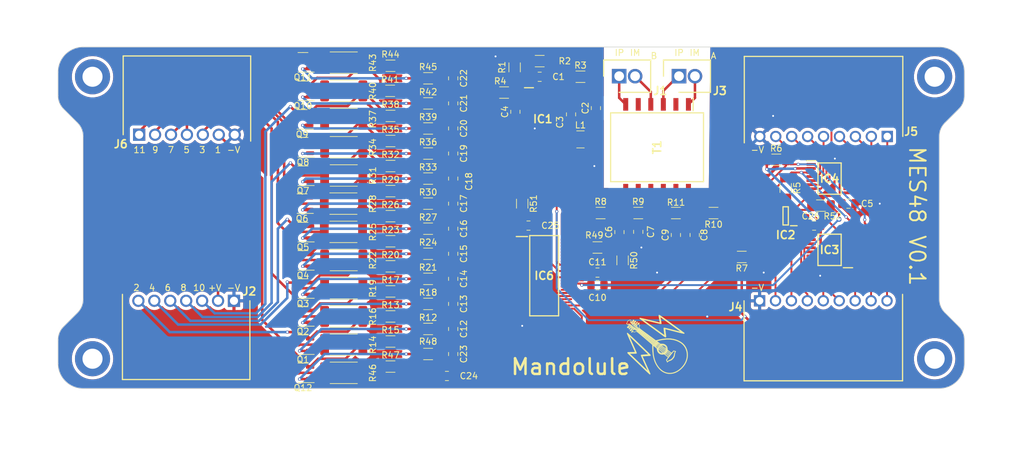
<source format=kicad_pcb>
(kicad_pcb (version 20221018) (generator pcbnew)
  (layers (0 "F.Cu" signal) (31 "B.Cu" signal) (34 "B.Paste" user) (35 "F.Paste" user) (36 "B.SilkS" user "B.Silkscreen") (37 "F.SilkS" user "F.Silkscreen") (38 "B.Mask" user) (39 "F.Mask" user) (44 "Edge.Cuts" user))
  (net 0 "")
  (net 1 "/FB")
  (net 2 "+5V")
  (net 3 "Net-(IC1-SW)")
  (net 4 "Net-(IC1-BOOST)")
  (net 5 "Net-(IC1-VIN)")
  (net 6 "-VDC")
  (net 7 "Net-(C6-Pad2)")
  (net 8 "Net-(T1-SEC2_2)")
  (net 9 "Net-(C8-Pad2)")
  (net 10 "Net-(T1-SEC1_2)")
  (net 11 "/VREF2")
  (net 12 "Net-(IC6-VREF1)")
  (net 13 "/C2")
  (net 14 "/C1")
  (net 15 "/C3")
  (net 16 "/C4")
  (net 17 "/C5")
  (net 18 "/C6")
  (net 19 "/C7")
  (net 20 "/C8")
  (net 21 "/C9")
  (net 22 "/C10")
  (net 23 "/C11")
  (net 24 "/C12")
  (net 25 "/C0")
  (net 26 "Net-(IC6-V+)")
  (net 28 "/Enable")
  (net 35 "Net-(IC1-RT)")
  (net 36 "Net-(IC2--IN)")
  (net 37 "Net-(IC2-+IN)")
  (net 39 "/SCL")
  (net 40 "/SDA")
  (net 41 "/T1")
  (net 42 "/T2")
  (net 43 "/T3")
  (net 44 "/T4")
  (net 45 "/T8")
  (net 46 "/T7")
  (net 47 "/T6")
  (net 48 "/T5")
  (net 49 "/T9")
  (net 50 "/T10")
  (net 51 "/T11")
  (net 52 "/T12")
  (net 53 "/T16")
  (net 54 "/T15")
  (net 55 "/T14")
  (net 56 "/T13")
  (net 57 "/S12")
  (net 58 "/S11")
  (net 59 "/S10")
  (net 60 "/S9")
  (net 61 "/S8")
  (net 62 "/S7")
  (net 63 "/S6")
  (net 64 "/S5")
  (net 65 "/S4")
  (net 66 "/S3")
  (net 67 "/S2")
  (net 68 "/S1")
  (net 69 "/Therm_ADC")
  (net 73 "/IMA")
  (net 74 "/IPA")
  (net 77 "Net-(IC6-IBIAS)")
  (net 78 "Net-(IC6-ICMP)")
  (net 79 "/IMB")
  (net 80 "/IPB")
  (net 81 "+BATT")
  (net 82 "/Cell 10")
  (net 83 "/Cell 8")
  (net 84 "/Cell 6")
  (net 85 "/Cell 4")
  (net 86 "/Cell 2")
  (net 87 "/Cell 11")
  (net 88 "/Cell 9")
  (net 89 "/Cell 7")
  (net 90 "/Cell 5")
  (net 91 "/Cell 3")
  (net 92 "/Cell 1")
  (net 93 "Net-(Q1-G)")
  (net 94 "Net-(Q1-D)")
  (net 95 "Net-(Q2-G)")
  (net 96 "Net-(Q2-D)")
  (net 97 "Net-(Q3-G)")
  (net 98 "Net-(Q3-D)")
  (net 99 "Net-(Q4-G)")
  (net 100 "Net-(Q4-D)")
  (net 101 "Net-(Q5-G)")
  (net 102 "Net-(Q5-D)")
  (net 103 "Net-(Q6-G)")
  (net 104 "Net-(Q6-D)")
  (net 105 "Net-(Q7-G)")
  (net 106 "Net-(Q7-D)")
  (net 107 "Net-(Q8-G)")
  (net 108 "Net-(Q8-D)")
  (net 109 "Net-(Q9-G)")
  (net 110 "Net-(Q9-D)")
  (net 111 "Net-(Q10-G)")
  (net 112 "Net-(Q10-D)")
  (net 113 "Net-(Q11-G)")
  (net 114 "Net-(Q11-D)")
  (net 115 "Net-(Q12-G)")
  (net 116 "Net-(Q12-D)")
  (net 117 "Net-(J3-Pin_2)")
  (net 119 "Net-(J3-Pin_1)")
  (net 120 "Net-(J1-Pin_2)")
  (net 122 "Net-(J1-Pin_1)")
  (footprint "EPSA:RHDR2W97P0X254_1X2_654X508X1379P" (layer "F.Cu") (at 163 68.155)
    (fp_text reference "J3")
    (fp_text value "Conn_01x02_Pin" hide)
  )
  (footprint "Capacitor_SMD:C_0805_2012Metric_Pad1.18x1.45mm_HandSolder" (layer "F.Cu") (at 127 96.5 -90)
    (fp_text reference "C15")
    (fp_text value "10n")
  )
  (footprint "Resistor_SMD:R_1206_3216Metric_Pad1.30x1.75mm_HandSolder" (layer "F.Cu") (at 117 74.5)
    (fp_text reference "R38")
    (fp_text value "100")
  )
  (footprint "" (layer "F.Cu") (at 203.75 113.25)
    (fp_text reference "")
    (fp_text value "")
  )
  (footprint "Inductor_SMD:L_1210_3225Metric_Pad1.42x2.65mm_HandSolder" (layer "F.Cu") (at 147.288 78.25)
    (fp_text reference "L1")
    (fp_text value "33u")
  )
  (footprint "EPSA:SOP50P780X200-48N" (layer "F.Cu") (at 141.5 100)
    (fp_text reference "IC6")
    (fp_text value "LTC6811IG-1#PBF" hide)
  )
  (footprint "Resistor_SMD:R_1206_3216Metric_Pad1.30x1.75mm_HandSolder" (layer "F.Cu") (at 117 82.5)
    (fp_text reference "R32")
    (fp_text value "100")
  )
  (footprint "Resistor_SMD:R_1206_3216Metric_Pad1.30x1.75mm_HandSolder" (layer "F.Cu") (at 173 97 180)
    (fp_text reference "R7")
    (fp_text value "100")
  )
  (footprint "Resistor_SMD:R_1206_3216Metric_Pad1.30x1.75mm_HandSolder" (layer "F.Cu") (at 123 96.5)
    (fp_text reference "R24")
    (fp_text value "3.3K")
  )
  (footprint "Resistor_SMD:R_1206_3216Metric_Pad1.30x1.75mm_HandSolder" (layer "F.Cu") (at 117 94.5)
    (fp_text reference "R23")
    (fp_text value "100")
  )
  (footprint "Resistor_SMD:R_2512_6332Metric_Pad1.40x3.35mm_HandSolder" (layer "F.Cu") (at 109.55 115.5 180)
    (fp_text reference "R46")
    (fp_text value "25")
  )
  (footprint "EPSA:SOP65P640X120-16N" (layer "F.Cu") (at 187 95.875 180)
    (fp_text reference "IC3")
    (fp_text value "ADG728BRUZ-REEL7" hide)
  )
  (footprint "Capacitor_SMD:C_0805_2012Metric_Pad1.18x1.45mm_HandSolder" (layer "F.Cu") (at 127 84.5 -90)
    (fp_text reference "C18")
    (fp_text value "10n")
  )
  (footprint "Resistor_SMD:R_1206_3216Metric_Pad1.30x1.75mm_HandSolder" (layer "F.Cu") (at 123 108.5)
    (fp_text reference "R12")
    (fp_text value "3.3K")
  )
  (footprint "EPSA:SOT-23-3" (layer "F.Cu") (at 103.05 65.95 180)
    (fp_text reference "Q11")
    (fp_text value "Q_PMOS_GDS")
  )
  (footprint "" (layer "F.Cu") (at 69.5 113.25)
    (fp_text reference "")
    (fp_text value "")
  )
  (footprint "Capacitor_SMD:C_0805_2012Metric_Pad1.18x1.45mm_HandSolder" (layer "F.Cu") (at 140.788 68.25)
    (fp_text reference "C1")
    (fp_text value "22p")
  )
  (footprint "Resistor_SMD:R_1206_3216Metric_Pad1.30x1.75mm_HandSolder" (layer "F.Cu") (at 138 88.5 -90)
    (fp_text reference "R51")
    (fp_text value "100")
  )
  (footprint "Capacitor_SMD:C_0805_2012Metric_Pad1.18x1.45mm_HandSolder" (layer "F.Cu") (at 162.5 93.5 90)
    (fp_text reference "C9")
    (fp_text value "10n")
  )
  (footprint "Capacitor_SMD:C_0805_2012Metric_Pad1.18x1.45mm_HandSolder" (layer "F.Cu") (at 127 108.5 -90)
    (fp_text reference "C12")
    (fp_text value "10n")
  )
  (footprint "Resistor_SMD:R_1206_3216Metric_Pad1.30x1.75mm_HandSolder" (layer "F.Cu") (at 117 66.5)
    (fp_text reference "R44")
    (fp_text value "100")
  )
  (footprint "Capacitor_SMD:C_0805_2012Metric_Pad1.18x1.45mm_HandSolder" (layer "F.Cu") (at 127 88.5 -90)
    (fp_text reference "C17")
    (fp_text value "10n")
  )
  (footprint "Resistor_SMD:R_1206_3216Metric_Pad1.30x1.75mm_HandSolder" (layer "F.Cu") (at 117 110.5)
    (fp_text reference "R15")
    (fp_text value "100")
  )
  (footprint "Resistor_SMD:R_1206_3216Metric_Pad1.30x1.75mm_HandSolder" (layer "F.Cu") (at 123 92.5)
    (fp_text reference "R27")
    (fp_text value "3.3K")
  )
  (footprint "EPSA:SOT95P280X100-6N" (layer "F.Cu") (at 180 90.45 180)
    (fp_text reference "IC2")
    (fp_text value "LTC6255IS6#TRMPBF" hide)
  )
  (footprint "Capacitor_SMD:C_0805_2012Metric_Pad1.18x1.45mm_HandSolder" (layer "F.Cu") (at 149.75 73.25 90)
    (fp_text reference "C2")
    (fp_text value "22u")
  )
  (footprint "Resistor_SMD:R_1206_3216Metric_Pad1.30x1.75mm_HandSolder" (layer "F.Cu") (at 150 95.5)
    (fp_text reference "R49")
    (fp_text value "1k")
  )
  (footprint "Capacitor_SMD:C_0805_2012Metric_Pad1.18x1.45mm_HandSolder" (layer "F.Cu") (at 127 112.5 -90)
    (fp_text reference "C23")
    (fp_text value "10n")
  )
  (footprint "Resistor_SMD:R_1206_3216Metric_Pad1.30x1.75mm_HandSolder" (layer "F.Cu") (at 185.633538 88.818599 180)
    (fp_text reference "R52")
    (fp_text value "10k")
  )
  (footprint "Resistor_SMD:R_2512_6332Metric_Pad1.40x3.35mm_HandSolder" (layer "F.Cu") (at 109.55 66 180)
    (fp_text reference "R43")
    (fp_text value "25")
  )
  (footprint "Capacitor_SMD:C_0805_2012Metric_Pad1.18x1.45mm_HandSolder" (layer "F.Cu") (at 139 92)
    (fp_text reference "C25")
    (fp_text value "100n")
  )
  (footprint "Resistor_SMD:R_2512_6332Metric_Pad1.40x3.35mm_HandSolder" (layer "F.Cu") (at 109.55 102 180)
    (fp_text reference "R19")
    (fp_text value "25")
  )
  (footprint "Resistor_SMD:R_2512_6332Metric_Pad1.40x3.35mm_HandSolder" (layer "F.Cu") (at 109.55 84 180)
    (fp_text reference "R31")
    (fp_text value "25")
  )
  (footprint "Resistor_SMD:R_1206_3216Metric_Pad1.30x1.75mm_HandSolder" (layer "F.Cu") (at 147.288 68.25)
    (fp_text reference "R3")
    (fp_text value "374k")
  )
  (footprint "Capacitor_SMD:C_0805_2012Metric_Pad1.18x1.45mm_HandSolder" (layer "F.Cu") (at 150 99.5)
    (fp_text reference "C11")
    (fp_text value "1u")
  )
  (footprint "Capacitor_SMD:C_0805_2012Metric_Pad1.18x1.45mm_HandSolder" (layer "F.Cu") (at 127 104.5 -90)
    (fp_text reference "C13")
    (fp_text value "10n")
  )
  (footprint "Resistor_SMD:R_1206_3216Metric_Pad1.30x1.75mm_HandSolder" (layer "F.Cu") (at 123 88.5)
    (fp_text reference "R30")
    (fp_text value "3.3K")
  )
  (footprint "EPSA:SHDRRA9W69P0X254_1X9_2527X1359X741P" (layer "F.Cu") (at 196.2 77.775)
    (fp_text reference "J5")
    (fp_text value "Conn_01x08_Pin" hide)
  )
  (footprint "Resistor_SMD:R_2512_6332Metric_Pad1.40x3.35mm_HandSolder" (layer "F.Cu") (at 109.55 97.5 180)
    (fp_text reference "R22")
    (fp_text value "25")
  )
  (footprint "Resistor_SMD:R_1206_3216Metric_Pad1.30x1.75mm_HandSolder" (layer "F.Cu") (at 162.5 90 180)
    (fp_text reference "R11")
    (fp_text value "51")
  )
  (footprint "Capacitor_SMD:C_0805_2012Metric_Pad1.18x1.45mm_HandSolder" (layer "F.Cu") (at 127 68.5 -90)
    (fp_text reference "C22")
    (fp_text value "10n")
  )
  (footprint "Resistor_SMD:R_1206_3216Metric_Pad1.30x1.75mm_HandSolder" (layer "F.Cu") (at 123 72.5)
    (fp_text reference "R42")
    (fp_text value "3.3K")
  )
  (footprint "Capacitor_SMD:C_0805_2012Metric_Pad1.18x1.45mm_HandSolder" (layer "F.Cu") (at 150 101.5)
    (fp_text reference "C10")
    (fp_text value "1u")
  )
  (footprint "Resistor_SMD:R_1206_3216Metric_Pad1.30x1.75mm_HandSolder" (layer "F.Cu") (at 123 112.5)
    (fp_text reference "R48")
    (fp_text value "3.3K")
  )
  (footprint "Capacitor_SMD:C_0805_2012Metric_Pad1.18x1.45mm_HandSolder" (layer "F.Cu") (at 126 116 180)
    (fp_text reference "C24")
    (fp_text value "10n")
  )
  (footprint "Capacitor_SMD:C_0805_2012Metric_Pad1.18x1.45mm_HandSolder" (layer "F.Cu") (at 127 100.5 -90)
    (fp_text reference "C14")
    (fp_text value "10n")
  )
  (footprint "EPSA:SOT-23-3" (layer "F.Cu") (at 102.9125 88.5 180)
    (fp_text reference "Q6")
    (fp_text value "Q_PMOS_GDS")
  )
  (footprint "Resistor_SMD:R_1206_3216Metric_Pad1.30x1.75mm_HandSolder" (layer "F.Cu") (at 168.5 90 180)
    (fp_text reference "R10")
    (fp_text value "51")
  )
  (footprint "Resistor_SMD:R_1206_3216Metric_Pad1.30x1.75mm_HandSolder" (layer "F.Cu") (at 117 86.5)
    (fp_text reference "R29")
    (fp_text value "100")
  )
  (footprint "EPSA:SOT-23-3" (layer "F.Cu") (at 102.9125 75.05 180)
    (fp_text reference "Q9")
    (fp_text value "Q_PMOS_GDS")
  )
  (footprint "Resistor_SMD:R_1206_3216Metric_Pad1.30x1.75mm_HandSolder" (layer "F.Cu") (at 117 90.5)
    (fp_text reference "R26")
    (fp_text value "100")
  )
  (footprint "EPSA:SOT-23-3" (layer "F.Cu") (at 103.05 97.55 180)
    (fp_text reference "Q4")
    (fp_text value "Q_PMOS_GDS")
  )
  (footprint "EPSA:SOT-23-3" (layer "F.Cu") (at 103.05 102.05 180)
    (fp_text reference "Q3")
    (fp_text value "Q_PMOS_GDS")
  )
  (footprint "Resistor_SMD:R_2512_6332Metric_Pad1.40x3.35mm_HandSolder" (layer "F.Cu") (at 109.5 88.5 180)
    (fp_text reference "R28")
    (fp_text value "25")
  )
  (footprint "Resistor_SMD:R_1206_3216Metric_Pad1.30x1.75mm_HandSolder" (layer "F.Cu") (at 117 102.5)
    (fp_text reference "R17")
    (fp_text value "100")
  )
  (footprint "Resistor_SMD:R_1206_3216Metric_Pad1.30x1.75mm_HandSolder" (layer "F.Cu") (at 135.112465 70.768955)
    (fp_text reference "R4")
    (fp_text value "470")
  )
  (footprint "EPSA:SOP50P490X110-17N" (layer "F.Cu") (at 141.288 72.25)
    (fp_text reference "IC1")
    (fp_text value "LT3990EMSE#TRPBF" hide)
  )
  (footprint "Resistor_SMD:R_1206_3216Metric_Pad1.30x1.75mm_HandSolder" (layer "F.Cu") (at 150.5 90)
    (fp_text reference "R8")
    (fp_text value "51")
  )
  (footprint "Resistor_SMD:R_1206_3216Metric_Pad1.30x1.75mm_HandSolder" (layer "F.Cu") (at 123 76.5)
    (fp_text reference "R39")
    (fp_text value "3.3K")
  )
  (footprint "EPSA:SHDRRA9W69P0X254_1X9_2527X1359X741P" (layer "F.Cu") (at 175.84 104 180)
    (fp_text reference "J4")
    (fp_text value "Conn_01x08_Pin" hide)
  )
  (footprint "EPSA:SHDRRA7W77P0X254_1X7_2032X1359X699P" (layer "F.Cu") (at 76.93 77.5)
    (fp_text reference "J6")
    (fp_text value "Conn_01x07_Pin" hide)
  )
  (footprint "EPSA:SOP200P1473X500-12N" (layer "F.Cu") (at 159.5 79.5 -90)
    (fp_text reference "T1")
    (fp_text value "SM91501ALE" hide)
  )
  (footprint "Capacitor_SMD:C_0805_2012Metric_Pad1.18x1.45mm_HandSolder" (layer "F.Cu") (at 127 76.5 -90)
    (fp_text reference "C20")
    (fp_text value "10n")
  )
  (footprint "Capacitor_SMD:C_0805_2012Metric_Pad1.18x1.45mm_HandSolder" (layer "F.Cu") (at 184.5375 92 180)
    (fp_text reference "C26")
    (fp_text value "1u")
  )
  (footprint "Resistor_SMD:R_2512_6332Metric_Pad1.40x3.35mm_HandSolder" (layer "F.Cu") (at 109.5 93 180)
    (fp_text reference "R25")
    (fp_text value "25")
  )
  (footprint "EPSA:Mandolule Silk" (layer "F.Cu") (at 159.5 111)
    (fp_text reference "Ref**" hide)
    (fp_text value "Val**" hide)
  )
  (footprint "Capacitor_SMD:C_0805_2012Metric_Pad1.18x1.45mm_HandSolder" (layer "F.Cu") (at 156.5 93 90)
    (fp_text reference "C7")
    (fp_text value "10n")
  )
  (footprint "EPSA:RHDR2W97P0X254_1X2_654X508X1379P" (layer "F.Cu") (at 153.46 68.155)
    (fp_text reference "J1")
    (fp_text value "Conn_01x02_Pin" hide)
  )
  (footprint "Capacitor_SMD:C_0805_2012Metric_Pad1.18x1.45mm_HandSolder" (layer "F.Cu") (at 153.5 93.0375 90)
    (fp_text reference "C6")
    (fp_text value "10n")
  )
  (footprint "" (layer "F.Cu") (at 203.75 68.25)
    (fp_text reference "")
    (fp_text value "")
  )
  (footprint "Resistor_SMD:R_2512_6332Metric_Pad1.40x3.35mm_HandSolder" (layer "F.Cu") (at 109.55 111 180)
    (fp_text reference "R14")
    (fp_text value "25")
  )
  (footprint "Resistor_SMD:R_1206_3216Metric_Pad1.30x1.75mm_HandSolder" (layer "F.Cu") (at 116.95 70.5)
    (fp_text reference "R41")
    (fp_text value "100")
  )
  (footprint "Resistor_SMD:R_1206_3216Metric_Pad1.30x1.75mm_HandSolder" (layer "F.Cu") (at 117 98.5)
    (fp_text reference "R20")
    (fp_text value "100")
  )
  (footprint "Resistor_SMD:R_1206_3216Metric_Pad1.30x1.75mm_HandSolder" (layer "F.Cu") (at 123 80.5)
    (fp_text reference "R36")
    (fp_text value "3.3K")
  )
  (footprint "Resistor_SMD:R_1206_3216Metric_Pad1.30x1.75mm_HandSolder" (layer "F.Cu") (at 123 84.5)
    (fp_text reference "R33")
    (fp_text value "3.3K")
  )
  (footprint "Resistor_SMD:R_1206_3216Metric_Pad1.30x1.75mm_HandSolder" (layer "F.Cu") (at 117 78.5)
    (fp_text reference "R35")
    (fp_text value "100")
  )
  (footprint "Resistor_SMD:R_2512_6332Metric_Pad1.40x3.35mm_HandSolder" (layer "F.Cu") (at 109.55 75 180)
    (fp_text reference "R37")
    (fp_text value "25")
  )
  (footprint "Resistor_SMD:R_2512_6332Metric_Pad1.40x3.35mm_HandSolder" (layer "F.Cu") (at 109.55 106.5 180)
    (fp_text reference "R16")
    (fp_text value "25")
  )
  (footprint "Resistor_SMD:R_1206_3216Metric_Pad1.30x1.75mm_HandSolder" (layer "F.Cu") (at 117 106.5)
    (fp_text reference "R13")
    (fp_text value "100")
  )
  (footprint "Resistor_SMD:R_1206_3216Metric_Pad1.30x1.75mm_HandSolder" (layer "F.Cu") (at 123 68.5)
    (fp_text reference "R45")
    (fp_text value "3.3K")
  )
  (footprint "EPSA:SOT-23-3" (layer "F.Cu") (at 103.05 106.5 180)
    (fp_text reference "Q2")
    (fp_text value "Q_PMOS_GDS")
  )
  (footprint "EPSA:SOT-23-3" (layer "F.Cu") (at 103.05 115.5 180)
    (fp_text reference "Q12")
    (fp_text value "Q_PMOS_GDS")
  )
  (footprint "Resistor_SMD:R_1206_3216Metric_Pad1.30x1.75mm_HandSolder" (layer "F.Cu") (at 154 97.55 -90)
    (fp_text reference "R50")
    (fp_text value "1k")
  )
  (footprint "Resistor_SMD:R_1206_3216Metric_Pad1.30x1.75mm_HandSolder" (layer "F.Cu") (at 136.788 66.75 -90)
    (fp_text reference "R1")
    (fp_text value "316k")
  )
  (footprint "Resistor_SMD:R_2512_6332Metric_Pad1.40x3.35mm_HandSolder" (layer "F.Cu") (at 109.55 70.5 180)
    (fp_text reference "R40")
    (fp_text value "25")
  )
  (footprint "Resistor_SMD:R_1206_3216Metric_Pad1.30x1.75mm_HandSolder" (layer "F.Cu") (at 123 100.5)
    (fp_text reference "R21")
    (fp_text value "3.3K")
  )
  (footprint "MountingHole:MountingHole_3.2mm_M3_DIN965_Pad" (layer "F.Cu") (at 69.5 68.25)
    (fp_text reference "REF**" hide)
    (fp_text value "MountingHole_3.2mm_M3_DIN965_Pad")
  )
  (footprint "Resistor_SMD:R_1206_3216Metric_Pad1.30x1.75mm_HandSolder" (layer "F.Cu") (at 123 104.5)
    (fp_text reference "R18")
    (fp_text value "3.3K")
  )
  (footprint "Capacitor_SMD:C_0805_2012Metric_Pad1.18x1.45mm_HandSolder" (layer "F.Cu") (at 127 72.5 -90)
    (fp_text reference "C21")
    (fp_text value "10n")
  )
  (footprint "EPSA:SOT-23-3" (layer "F.Cu") (at 103.05 93.05 180)
    (fp_text reference "Q5")
    (fp_text value "Q_PMOS_GDS")
  )
  (footprint "Capacitor_SMD:C_0805_2012Metric_Pad1.18x1.45mm_HandSolder" (layer "F.Cu") (at 190 88.5)
    (fp_text reference "C5")
    (fp_text value "1u")
  )
  (footprint "EPSA:SHDRRA7W77P0X254_1X7_2032X1359X699P" (layer "F.Cu") (at 92.05 104 180)
    (fp_text reference "J2")
    (fp_text value "Conn_01x07_Pin" hide)
  )
  (footprint "Resistor_SMD:R_2512_6332Metric_Pad1.40x3.35mm_HandSolder" (layer "F.Cu") (at 109.55 79.5 180)
    (fp_text reference "R34")
    (fp_text value "25")
  )
  (footprint "EPSA:SOT-23-3" (layer "F.Cu") (at 103.05 84.05 180)
    (fp_text reference "Q7")
    (fp_text value "Q_PMOS_GDS")
  )
  (footprint "Capacitor_SMD:C_0805_2012Metric_Pad1.18x1.45mm_HandSolder" (layer "F.Cu") (at 165.5 93.5 90)
    (fp_text reference "C8")
    (fp_text value "10n")
  )
  (footprint "Resistor_SMD:R_1206_3216Metric_Pad1.30x1.75mm_HandSolder" (layer "F.Cu") (at 178.5 81.5)
    (fp_text reference "R6")
    (fp_text value "4.7k")
  )
  (footprint "EPSA:SOT-23-3" (layer "F.Cu") (at 103.05 70.5 180)
    (fp_text reference "Q10")
    (fp_text value "Q_PMOS_GDS")
  )
  (footprint "EPSA:SOT-23-3" (layer "F.Cu") (at 103.05 111 180)
    (fp_text reference "Q1")
    (fp_text value "Q_PMOS_GDS")
  )
  (footprint "EPSA:SOP65P640X120-16N" (layer "F.Cu") (at 187 84.5)
    (fp_text reference "IC4")
    (fp_text value "ADG728BRUZ-REEL7" hide)
  )
  (footprint "Capacitor_SMD:C_0805_2012Metric_Pad1.18x1.45mm_HandSolder" (layer "F.Cu") (at 136.911722 73.839704 90)
    (fp_text reference "C4")
    (fp_text value "2.2u")
  )
  (footprint "Resistor_SMD:R_1206_3216Metric_Pad1.30x1.75mm_HandSolder" (layer "F.Cu") (at 117 114.5)
    (fp_text reference "R47")
    (fp_text value "100")
  )
  (footprint "Capacitor_SMD:C_0805_2012Metric_Pad1.18x1.45mm_HandSolder" (layer "F.Cu") (at 127 92.5 -90)
    (fp_text reference "C16")
    (fp_text value "10n")
  )
  (footprint "Capacitor_SMD:C_0805_2012Metric_Pad1.18x1.45mm_HandSolder" (layer "F.Cu") (at 127 80.5 -90)
    (fp_text reference "C19")
    (fp_text value "10n")
  )
  (footprint "EPSA:SOT-23-3" (layer "F.Cu") (at 103.05 79.5 180)
    (fp_text reference "Q8")
    (fp_text value "Q_PMOS_GDS")
  )
  (footprint "Capacitor_SMD:C_0805_2012Metric_Pad1.18x1.45mm_HandSolder" (layer "F.Cu") (at 145.788 74.25 90)
    (fp_text reference "C3")
    (fp_text value "0.22u")
  )
  (footprint "Resistor_SMD:R_1206_3216Metric_Pad1.30x1.75mm_HandSolder" (layer "F.Cu") (at 140.788 65.75 180)
    (fp_text reference "R2")
    (fp_text value "1M")
  )
  (footprint "Resistor_SMD:R_1206_3216Metric_Pad1.30x1.75mm_HandSolder" (layer "F.Cu") (at 180 86 -90)
    (fp_text reference "R5")
    (fp_text value "4.7k")
  )
  (footprint "Resistor_SMD:R_1206_3216Metric_Pad1.30x1.75mm_HandSolder" (layer "F.Cu") (at 156.5 90)
    (fp_text reference "R9")
    (fp_text value "51")
  )
  (gr_line (start 207.62132 73.37868) (end 205.378679 75.621321) (stroke (width 0.1)) (layer "Edge.Cuts"))
  (gr_line (start 208.5 67.5) (end 208.5 71.257359) (stroke (width 0.1)) (layer "Edge.Cuts"))
  (gr_arc (start 205.378679 105.878679) (mid 204.728361 104.905409) (end 204.5 103.757359) (stroke (width 0.1)) (layer "Edge.Cuts"))
  (gr_line (start 68 103.757359) (end 68 77.742641) (stroke (width 0.1)) (layer "Edge.Cuts"))
  (gr_line (start 204.5 118) (end 68 118) (stroke (width 0.1)) (layer "Edge.Cuts"))
  (gr_line (start 64.87868 73.37868) (end 67.121321 75.621321) (stroke (width 0.1)) (layer "Edge.Cuts"))
  (gr_line (start 68 63.5) (end 204.5 63.5) (stroke (width 0.1)) (layer "Edge.Cuts"))
  (gr_arc (start 68 103.757359) (mid 67.771652 104.905418) (end 67.121321 105.878679) (stroke (width 0.1)) (layer "Edge.Cuts"))
  (gr_arc (start 208.5 71.257359) (mid 208.271652 72.405418) (end 207.62132 73.37868) (stroke (width 0.1)) (layer "Edge.Cuts"))
  (gr_line (start 64 114) (end 64 110.242641) (stroke (width 0.1)) (layer "Edge.Cuts"))
  (gr_arc (start 64.87868 73.37868) (mid 64.228361 72.40541) (end 64 71.257359) (stroke (width 0.1)) (layer "Edge.Cuts"))
  (gr_arc (start 204.5 63.5) (mid 207.328427 64.671573) (end 208.5 67.5) (stroke (width 0.1)) (layer "Edge.Cuts"))
  (gr_arc (start 204.5 77.742641) (mid 204.728348 76.594582) (end 205.378679 75.621321) (stroke (width 0.1)) (layer "Edge.Cuts"))
  (gr_arc (start 67.121321 75.621321) (mid 67.771639 76.594591) (end 68 77.742641) (stroke (width 0.1)) (layer "Edge.Cuts"))
  (gr_line (start 208.5 110.242641) (end 208.5 114) (stroke (width 0.1)) (layer "Edge.Cuts"))
  (gr_arc (start 68 118) (mid 65.171573 116.828427) (end 64 114) (stroke (width 0.1)) (layer "Edge.Cuts"))
  (gr_arc (start 207.62132 108.12132) (mid 208.271639 109.09459) (end 208.5 110.242641) (stroke (width 0.1)) (layer "Edge.Cuts"))
  (gr_arc (start 208.5 114) (mid 207.328427 116.828427) (end 204.5 118) (stroke (width 0.1)) (layer "Edge.Cuts"))
  (gr_line (start 204.5 103.757359) (end 204.5 77.742641) (stroke (width 0.1)) (layer "Edge.Cuts"))
  (gr_line (start 64.87868 108.12132) (end 67.121321 105.878679) (stroke (width 0.1)) (layer "Edge.Cuts"))
  (gr_line (start 64 67.5) (end 64 71.257359) (stroke (width 0.1)) (layer "Edge.Cuts"))
  (gr_arc (start 64 110.242641) (mid 64.228348 109.094582) (end 64.87868 108.12132) (stroke (width 0.1)) (layer "Edge.Cuts"))
  (gr_line (start 207.62132 108.12132) (end 205.378679 105.878679) (stroke (width 0.1)) (layer "Edge.Cuts"))
  (gr_arc (start 64 67.5) (mid 65.171573 64.671573) (end 68 63.5) (stroke (width 0.1)) (layer "Edge.Cuts"))
  (gr_text "IM" (at 165.5 65) (layer "F.SilkS") (effects (font (size 1 1)) (justify bottom)))
  (gr_text "10\n" (at 86.5 102.5) (layer "F.SilkS") (effects (font (size 1 1)) (justify bottom)))
  (gr_text "4" (at 79 102.5) (layer "F.SilkS") (effects (font (size 1 1)) (justify bottom)))
  (gr_text "1" (at 89.5 80.5) (layer "F.SilkS") (effects (font (size 1 1)) (justify bottom)))
  (gr_text "6" (at 81.5 102.5) (layer "F.SilkS") (effects (font (size 1 1)) (justify bottom)))
  (gr_text "Mandolule" (at 136 116) (layer "F.SilkS") (effects (font (size 2.5 2.5) (thickness 0.4)) (justify left bottom)))
  (gr_text "7" (at 82 80.5) (layer "F.SilkS") (effects (font (size 1 1)) (justify bottom)))
  (gr_text "IP" (at 163 65) (layer "F.SilkS") (effects (font (size 1 1)) (justify bottom)))
  (gr_text "-V\n" (at 175.5 102.5) (layer "F.SilkS") (effects (font (size 1 1)) (justify bottom)))
  (gr_text "5" (at 84.5 80.5) (layer "F.SilkS") (effects (font (size 1 1)) (justify bottom)))
  (gr_text "3\n" (at 87 80.5) (layer "F.SilkS") (effects (font (size 1 1)) (justify bottom)))
  (gr_text "MES48 V0.1" (at 199.5 90.5 270) (layer "F.SilkS") (effects (font (size 2.5 2.5) (thickness 0.3)) (justify bottom)))
  (gr_text "-V\n" (at 175.5 80.5) (layer "F.SilkS") (effects (font (size 1 1)) (justify bottom)))
  (gr_text "B" (at 159 65.5) (layer "F.SilkS") (effects (font (size 1 1)) (justify bottom)))
  (gr_text "-V\n" (at 92 102.5) (layer "F.SilkS") (effects (font (size 1 1)) (justify bottom)))
  (gr_text "11" (at 77 80.5) (layer "F.SilkS") (effects (font (size 1 1)) (justify bottom)))
  (gr_text "8" (at 84 102.5) (layer "F.SilkS") (effects (font (size 1 1)) (justify bottom)))
  (gr_text "IM" (at 156 65) (layer "F.SilkS") (effects (font (size 1 1)) (justify bottom)))
  (gr_text "9" (at 79.5 80.5) (layer "F.SilkS") (effects (font (size 1 1)) (justify bottom)))
  (gr_text "IP" (at 153.5 65) (layer "F.SilkS") (effects (font (size 1 1)) (justify bottom)))
  (gr_text "+V\n" (at 89 102.5) (layer "F.SilkS") (effects (font (size 1 1)) (justify bottom)))
  (gr_text "-V\n" (at 92 80.5) (layer "F.SilkS") (effects (font (size 1 1)) (justify bottom)))
  (gr_text "2" (at 76.5 102.5) (layer "F.SilkS") (effects (font (size 1 1)) (justify bottom)))
  (gr_text "A" (at 168.5 65.5) (layer "F.SilkS") (effects (font (size 1 1)) (justify bottom)))
  (segment (start 136.788 65.2) (end 138.688 65.2) (width 0.3) (layer "F.Cu") (net 1))
  (segment (start 138.688 65.2) (end 139.238 65.75) (width 0.3) (layer "F.Cu") (net 1))
  (segment (start 139.7505 68.25) (end 139.2505 68.75) (width 0.3) (layer "F.Cu") (net 1))
  (segment (start 139.7505 68.25) (end 139.076 68.9245) (width 0.3) (layer "F.Cu") (net 1))
  (segment (start 139.238 67.7375) (end 139.7505 68.25) (width 0.3) (layer "F.Cu") (net 1))
  (segment (start 139.238 65.75) (end 139.238 67.7375) (width 0.3) (layer "F.Cu") (net 1))
  (segment (start 139.076 68.9245) (end 139.076 71) (width 0.3) (layer "F.Cu") (net 1))
  (segment (start 148.7755 78.25) (end 148.288 77.7625) (width 0.3) (layer "F.Cu") (net 2))
  (segment (start 146.5 99.55) (end 146.5 98.45) (width 0.3) (layer "F.Cu") (net 2))
  (segment (start 175.1575 66.5925) (end 172.95 68.8) (width 0.4) (layer "F.Cu") (net 2))
  (segment (start 187.301282 66.893782) (end 187.301282 79.588282) (width 0.3) (layer "F.Cu") (net 2))
  (segment (start 142.338 65.75) (end 142.338 67.7375) (width 0.3) (layer "F.Cu") (net 2))
  (segment (start 148.288 73) (end 147.288 72) (width 0.3) (layer "F.Cu") (net 2))
  (segment (start 145.05 98.25) (end 144 98.25) (width 0.3) (layer "F.Cu") (net 2))
  (segment (start 179.05 87.55) (end 177.775 88.825) (width 0.4) (layer "F.Cu") (net 2))
  (segment (start 191.4625 97.5) (end 192.4625 96.5) (width 0.3) (layer "F.Cu") (net 2))
  (segment (start 187 66.5925) (end 196.0925 66.5925) (width 0.4) (layer "F.Cu") (net 2))
  (segment (start 146.5 98.45) (end 146.3 98.25) (width 0.3) (layer "F.Cu") (net 2))
  (segment (start 147.288 71) (end 148.288 72) (width 0.3) (layer "F.Cu") (net 2))
  (segment (start 142.338 65.75) (end 145.788 65.75) (width 0.3) (layer "F.Cu") (net 2))
  (segment (start 177 83) (end 177 81.55) (width 0.4) (layer "F.Cu") (net 2))
  (segment (start 196.0925 66.5925) (end 198.5 69) (width 0.4) (layer "F.Cu") (net 2))
  (segment (start 146.3 98.25) (end 145.05 98.25) (width 0.3) (layer "F.Cu") (net 2))
  (segment (start 190.9505 82.225) (end 189.938 82.225) (width 0.3) (layer "F.Cu") (net 2))
  (segment (start 188.6 88.661951) (end 192.4625 92.524451) (width 0.3) (layer "F.Cu") (net 2))
  (segment (start 173.5 106.5) (end 173 106) (width 0.4) (layer "F.Cu") (net 2))
  (segment (start 142.338 67.7375) (end 141.8255 68.25) (width 0.3) (layer "F.Cu") (net 2))
  (segment (start 184.062 82.875) (end 181.5505 82.875) (width 0.4) (layer "F.Cu") (net 2))
  (segment (start 189.938 84.175) (end 188.9005 84.175) (width 0.3) (layer "F.Cu") (net 2))
  (segment (start 185.575 95.8245) (end 185.575 92) (width 0.4) (layer "F.Cu") (net 2))
  (segment (start 143.5 83.5255) (end 143.5 89.75) (width 0.3) (layer "F.Cu") (net 2))
  (segment (start 180 87.55) (end 179.05 87.55) (width 0.4) (layer "F.Cu") (net 2))
  (segment (start 187 66.5925) (end 175.1575 66.5925) (width 0.4) (layer "F.Cu") (net 2))
  (segment (start 172.95 77.5) (end 176.95 81.5) (width 0.4) (layer "F.Cu") (net 2))
  (segment (start 148.288 72) (end 149.5375 72) (width 0.3) (layer "F.Cu") (net 2))
  (segment (start 177.775 91.4) (end 178.7 91.4) (width 0.4) (layer "F.Cu") (net 2))
  (segment (start 187 66.5925) (end 187.301282 66.893782) (width 0.3) (layer "F.Cu") (net 2))
  (segment (start 184.062 96.2) (end 185.1995 96.2) (width 0.4) (layer "F.Cu") (net 2))
  (segment (start 191.5 82.7745) (end 190.9505 82.225) (width 0.3) (layer "F.Cu") (net 2))
  (segment (start 149.5375 72) (end 149.75 72.2125) (width 0.3) (layer "F.Cu") (net 2))
  (segment (start 146.3 99.75) (end 146.5 99.55) (width 0.3) (layer "F.Cu") (net 2))
  (segment (start 172.95 68.8) (end 172.95 77.5) (width 0.4) (layer "F.Cu") (net 2))
  (segment (start 148.7755 78.25) (end 143.5 83.5255) (width 0.3) (layer "F.Cu") (net 2))
  (segment (start 185.575 92) (end 185.575 91.575) (width 0.4) (layer "F.Cu") (net 2))
  (segment (start 145.05 99.75) (end 146.3 99.75) (width 0.3) (layer "F.Cu") (net 2))
  (segment (start 196.5 108.5) (end 175.5 108.5) (width 0.4) (layer "F.Cu") (net 2))
  (segment (start 177.775 91.275) (end 177.9 91.4) (width 0.4) (layer "F.Cu") (net 2))
  (segment (start 198.5 69) (end 198.5 106.5) (width 0.4) (layer "F.Cu") (net 2))
  (segment (start 144 98.25) (end 143.5 97.75) (width 0.3) (layer "F.Cu") (net 2))
  (segment (start 147.288 67.25) (end 147.288 71) (width 0.3) (layer "F.Cu") (net 2))
  (segment (start 188.9005 84.175) (end 188.6 84.4755) (width 0.3) (layer "F.Cu") (net 2))
  (segment (start 189.938 97.5) (end 191.4625 97.5) (width 0.3) (layer "F.Cu") (net 2))
  (segment (start 191.5 83.5) (end 191.5 82.7745) (width 0.3) (layer "F.Cu") (net 2))
  (segment (start 148.288 77.7625) (end 148.288 73) (width 0.3) (layer "F.Cu") (net 2))
  (segment (start 143.5 97.75) (end 143.5 89.75) (width 0.3) (layer "F.Cu") (net 2))
  (segment (start 189.938 84.175) (end 190.825 84.175) (width 0.3) (layer "F.Cu") (net 2))
  (segment (start 173 96.175) (end 177.775 91.4) (width 0.4) (layer "F.Cu") (net 2))
  (segment (start 175.5 108.5) (end 173.5 106.5) (width 0.4) (layer "F.Cu") (net 2))
  (segment (start 177.9 91.4) (end 178.7 91.4) (width 0.4) (layer "F.Cu") (net 2))
  (segment (start 145.788 65.75) (end 147.288 67.25) (width 0.3) (layer "F.Cu") (net 2))
  (segment (start 190.825 84.175) (end 191.5 83.5) (width 0.3) (layer "F.Cu") (net 2))
  (segment (start 177 81.55) (end 176.95 81.5) (width 0.4) (layer "F.Cu") (net 2))
  (segment (start 173 106) (end 173 96.175) (width 0.4) (layer "F.Cu") (net 2))
  (segment (start 198.5 106.5) (end 196.5 108.5) (width 0.4) (layer "F.Cu") (net 2))
  (segment (start 188.6 84.4755) (end 188.6 88.661951) (width 0.3) (layer "F.Cu") (net 2))
  (segment (start 187.301282 79.588282) (end 189.938 82.225) (width 0.3) (layer "F.Cu") (net 2))
  (segment (start 192.4625 92.524451) (end 192.4625 96.5) (width 0.3) (layer "F.Cu") (net 2))
  (segment (start 181.5505 82.875) (end 181.5 82.9255) (width 0.4) (layer "F.Cu") (net 2))
  (segment (start 177.775 88.825) (end 177.775 91.275) (width 0.4) (layer "F.Cu") (net 2))
  (segment (start 143.5 72) (end 148.288 72) (width 0.3) (layer "F.Cu") (net 2))
  (segment (start 185.575 91.575) (end 184.5 90.5) (width 0.4) (layer "F.Cu") (net 2))
  (segment (start 185.1995 96.2) (end 185.575 95.8245) (width 0.4) (layer "F.Cu") (net 2))
  (via (at 181.5 82.9255) (size 0.5) (drill 0.3) (layers "F.Cu" "B.Cu") (net 2))
  (via (at 143.5 89.75) (size 0.5) (drill 0.3) (layers "F.Cu" "B.Cu") (net 2))
  (via (at 177 83) (size 0.5) (drill 0.3) (layers "F.Cu" "B.Cu") (net 2))
  (via (at 184.5 90.5) (size 0.5) (drill 0.3) (layers "F.Cu" "B.Cu") (net 2))
  (via (at 173.5 106.5) (size 0.5) (drill 0.3) (layers "F.Cu" "B.Cu") (net 2))
  (segment (start 143.5 102) (end 148.6 107.1) (width 0.3) (layer "B.Cu") (net 2))
  (segment (start 143.5 89.75) (end 143.5 102) (width 0.3) (layer "B.Cu") (net 2))
  (segment (start 178.5745 82.9255) (end 178.5 83) (width 0.4) (layer "B.Cu") (net 2))
  (segment (start 181.5 82.9255) (end 178.5745 82.9255) (width 0.4) (layer "B.Cu") (net 2))
  (segment (start 184.5 90.5) (end 177 83) (width 0.4) (layer "B.Cu") (net 2))
  (segment (start 178.5 83) (end 177 83) (width 0.4) (layer "B.Cu") (net 2))
  (segment (start 148.6 107.1) (end 172.9 107.1) (width 0.3) (layer "B.Cu") (net 2))
  (segment (start 172.9 107.1) (end 173.5 106.5) (width 0.3) (layer "B.Cu") (net 2))
  (segment (start 144.5005 74) (end 145.788 75.2875) (width 0.3) (layer "F.Cu") (net 3))
  (segment (start 143.5 74) (end 144.5005 74) (width 0.3) (layer "F.Cu") (net 3))
  (segment (start 145.788 78.2375) (end 145.8005 78.25) (width 0.3) (layer "F.Cu") (net 3))
  (segment (start 145.788 75.2875) (end 145.788 78.2375) (width 0.3) (layer "F.Cu") (net 3))
  (segment (start 143.5 73) (end 145.5755 73) (width 0.3) (layer "F.Cu") (net 4))
  (segment (start 145.5755 73) (end 145.788 73.2125) (width 0.3) (layer "F.Cu") (net 4))
  (segment (start 136.662465 70.768955) (end 136.662465 72.552947) (width 0.3) (layer "F.Cu") (net 5))
  (segment (start 136.662465 72.552947) (end 136.911722 72.802204) (width 0.3) (layer "F.Cu") (net 5))
  (segment (start 137.0005 73) (end 139.076 73) (width 0.3) (layer "F.Cu") (net 5))
  (segment (start 145.05 100.25) (end 142.75 100.25) (width 0.3) (layer "F.Cu") (net 6))
  (segment (start 187.844425 83.344425) (end 187.844425 81.312811) (width 0.4) (layer "F.Cu") (net 6))
  (segment (start 189.938 82.875) (end 189.938 83.525) (width 0.4) (layer "F.Cu") (net 6))
  (segment (start 188.025 83.525) (end 187.844425 83.344425) (width 0.4) (layer "F.Cu") (net 6))
  (segment (start 189.938 83.525) (end 188.025 83.525) (width 0.4) (layer "F.Cu") (net 6))
  (segment (start 149.75 74.2875) (end 149.75 76) (width 0.4) (layer "F.Cu") (net 6))
  (segment (start 115.45 114.5) (end 113.6 114.5) (width 0.4) (layer "F.Cu") (net 6))
  (segment (start 187.844425 81.918925) (end 187.844425 81.312811) (width 0.4) (layer "F.Cu") (net 6))
  (segment (start 181.95 90.45) (end 183.5 92) (width 0.4) (layer "F.Cu") (net 6))
  (segment (start 181.3 90.45) (end 181.95 90.45) (width 0.4) (layer "F.Cu") (net 6))
  (segment (start 189.938 82.875) (end 188.8005 82.875) (width 0.4) (layer "F.Cu") (net 6))
  (segment (start 136.911722 74.877204) (end 138.377204 74.877204) (width 0.3) (layer "F.Cu") (net 6))
  (segment (start 184.062 96.85) (end 184.062 98.15) (width 0.4) (layer "F.Cu") (net 6))
  (segment (start 113.6 114.5) (end 112.6 115.5) (width 0.4) (layer "F.Cu") (net 6))
  (segment (start 142.5 102.75) (end 145.05 102.75) (width 0.3) (layer "F.Cu") (net 6))
  (segment (start 145.05 103.25) (end 142.5 103.25) (width 0.3) (layer "F.Cu") (net 6))
  (segment (start 138.377204 74.877204) (end 140 76.5) (width 0.3) (layer "F.Cu") (net 6))
  (segment (start 139.076 75.576) (end 140 76.5) (width 0.3) (layer "F.Cu") (net 6))
  (segment (start 184.062 98.15) (end 184.062 98.562) (width 0.4) (layer "F.Cu") (net 6))
  (segment (start 139.076 74) (end 139.076 75.576) (width 0.3) (layer "F.Cu") (net 6))
  (segment (start 184.062 98.562) (end 185.5 100) (width 0.4) (layer "F.Cu") (net 6))
  (segment (start 188.8005 82.875) (end 187.844425 81.918925) (width 0.4) (layer "F.Cu") (net 6))
  (via (at 149.5 82.5) (size 0.5) (drill 0.3) (layers "F.Cu" "B.Cu") (net 6))
  (via (at 159.5 99.5) (size 0.5) (drill 0.3) (layers "F.Cu" "B.Cu") (net 6))
  (via (at 140 76.5) (size 0.5) (drill 0.3) (layers "F.Cu" "B.Cu") (net 6))
  (via (at 133.75 65) (size 0.5) (drill 0.3) (layers "F.Cu" "B.Cu") (net 6))
  (via (at 187.844425 81.312811) (size 0.5) (drill 0.3) (layers "F.Cu" "B.Cu") (net 6))
  (via (at 178 74.5) (size 0.5) (drill 0.3) (layers "F.Cu" "B.Cu") (net 6))
  (via (at 185.5 100) (size 0.5) (drill 0.3) (layers "F.Cu" "B.Cu") (net 6))
  (via (at 176.5 99.5) (size 0.5) (drill 0.3) (layers "F.Cu" "B.Cu") (net 6))
  (via (at 138 108) (size 0.5) (drill 0.3) (layers "F.Cu" "B.Cu") (net 6))
  (via (at 157 95.5) (size 0.5) (drill 0.3) (layers "F.Cu" "B.Cu") (net 6))
  (via (at 195 88.5) (size 0.5) (drill 0.3) (layers "F.Cu" "B.Cu") (net 6))
  (via (at 167.5 106.5) (size 0.5) (drill 0.3) (layers "F.Cu" "B.Cu") (net 6))
  (segment (start 153.5 90) (end 154.95 90) (width 0.4) (layer "F.Cu") (net 7))
  (segment (start 152.05 90) (end 153.5 90) (width 0.4) (layer "F.Cu") (net 7))
  (segment (start 153.5 90) (end 153.5 92) (width 0.4) (layer "F.Cu") (net 7))
  (segment (start 156.5 91.9625) (end 156.5 86.345) (width 0.4) (layer "F.Cu") (net 8))
  (segment (start 164.05 90) (end 165.5 90) (width 0.4) (layer "F.Cu") (net 9))
  (segment (start 165.5 90) (end 166.95 90) (width 0.4) (layer "F.Cu") (net 9))
  (segment (start 165.5 92.4625) (end 165.5 90) (width 0.4) (layer "F.Cu") (net 9))
  (segment (start 162.5 86.345) (end 162.5 92.4625) (width 0.4) (layer "F.Cu") (net 10))
  (segment (start 147.5 101.5) (end 147.5005 101.5) (width 0.3) (layer "F.Cu") (net 11))
  (segment (start 147.2505 101.25) (end 147.5 101.4995) (width 0.3) (layer "F.Cu") (net 11))
  (segment (start 188.5 90.135061) (end 187.183538 88.818599) (width 0.3) (layer "F.Cu") (net 11))
  (segment (start 148.7125 101.25) (end 148.9625 101.5) (width 0.3) (layer "F.Cu") (net 11))
  (segment (start 188.5 91) (end 188.5 90.135061) (width 0.3) (layer "F.Cu") (net 11))
  (segment (start 147 101.25) (end 148.7125 101.25) (width 0.3) (layer "F.Cu") (net 11))
  (segment (start 147.5 101.4995) (end 147.5 101.5) (width 0.3) (layer "F.Cu") (net 11))
  (segment (start 145.05 101.25) (end 147 101.25) (width 0.3) (layer "F.Cu") (net 11))
  (segment (start 147.5005 101.5) (end 147.5 101.4995) (width 0.3) (layer "F.Cu") (net 11))
  (segment (start 147 101.25) (end 147.2505 101.25) (width 0.3) (layer "F.Cu") (net 11))
  (via (at 147.5 101.5) (size 0.5) (drill 0.3) (layers "F.Cu" "B.Cu") (net 11))
  (via (at 188.5 91) (size 0.8) (drill 0.4) (layers "F.Cu" "B.Cu") (net 11))
  (segment (start 178.0005 101.4995) (end 188.5 91) (width 0.3) (layer "B.Cu") (net 11))
  (segment (start 147.5 101.4995) (end 178.0005 101.4995) (width 0.3) (layer "B.Cu") (net 11))
  (segment (start 145.05 100.75) (end 147.7125 100.75) (width 0.3) (layer "F.Cu") (net 12))
  (segment (start 147.7125 100.75) (end 148.9625 99.5) (width 0.3) (layer "F.Cu") (net 12))
  (segment (start 130.585788 106.5) (end 127 106.5) (width 0.3) (layer "F.Cu") (net 13))
  (segment (start 127 107.4625) (end 127 106.5) (width 0.4) (layer "F.Cu") (net 13))
  (segment (start 132.335788 104.75) (end 130.585788 106.5) (width 0.3) (layer "F.Cu") (net 13))
  (segment (start 118.55 106.5) (end 127 106.5) (width 0.4) (layer "F.Cu") (net 13))
  (segment (start 127 106.5) (end 127 105.5375) (width 0.4) (layer "F.Cu") (net 13))
  (segment (start 137.95 104.75) (end 132.335788 104.75) (width 0.3) (layer "F.Cu") (net 13))
  (segment (start 132.75 105.75) (end 128 110.5) (width 0.3) (layer "F.Cu") (net 14))
  (segment (start 128 110.5) (end 127 110.5) (width 0.3) (layer "F.Cu") (net 14))
  (segment (start 118.55 110.5) (end 127 110.5) (width 0.4) (layer "F.Cu") (net 14))
  (segment (start 137.95 105.75) (end 132.75 105.75) (width 0.3) (layer "F.Cu") (net 14))
  (segment (start 127 110.5) (end 127 109.5375) (width 0.4) (layer "F.Cu") (net 14))
  (segment (start 127 111.4625) (end 127 110.5) (width 0.4) (layer "F.Cu") (net 14))
  (segment (start 132.497092 103.75) (end 131.247092 102.5) (width 0.3) (layer "F.Cu") (net 15))
  (segment (start 137.95 103.75) (end 132.497092 103.75) (width 0.3) (layer "F.Cu") (net 15))
  (segment (start 131.247092 102.5) (end 127 102.5) (width 0.3) (layer "F.Cu") (net 15))
  (segment (start 127 102.5) (end 127 101.5375) (width 0.4) (layer "F.Cu") (net 15))
  (segment (start 118.55 102.5) (end 127 102.5) (width 0.4) (layer "F.Cu") (net 15))
  (segment (start 127 103.4625) (end 127 102.5) (width 0.4) (layer "F.Cu") (net 15))
  (segment (start 127 98.5) (end 127 97.5375) (width 0.4) (layer "F.Cu") (net 16))
  (segment (start 132.911304 102.75) (end 128.661304 98.5) (width 0.3) (layer "F.Cu") (net 16))
  (segment (start 137.95 102.75) (end 132.911304 102.75) (width 0.3) (layer "F.Cu") (net 16))
  (segment (start 128.661304 98.5) (end 127 98.5) (width 0.3) (layer "F.Cu") (net 16))
  (segment (start 127 99.4625) (end 127 98.5) (width 0.4) (layer "F.Cu") (net 16))
  (segment (start 118.55 98.5) (end 127 98.5) (width 0.4) (layer "F.Cu") (net 16))
  (segment (start 128.575 95.075) (end 128 94.5) (width 0.3) (layer "F.Cu") (net 17))
  (segment (start 127 95.4625) (end 127 94.5) (width 0.4) (layer "F.Cu") (net 17))
  (segment (start 127 94.5) (end 127 93.5375) (width 0.4) (layer "F.Cu") (net 17))
  (segment (start 133.325516 101.75) (end 128.575 96.999484) (width 0.3) (layer "F.Cu") (net 17))
  (segment (start 128 94.5) (end 127 94.5) (width 0.3) (layer "F.Cu") (net 17))
  (segment (start 128.575 96.999484) (end 128.575 95.075) (width 0.3) (layer "F.Cu") (net 17))
  (segment (start 137.95 101.75) (end 133.325516 101.75) (width 0.3) (layer "F.Cu") (net 17))
  (segment (start 118.55 94.5) (end 127 94.5) (width 0.4) (layer "F.Cu") (net 17))
  (segment (start 127 90.5) (end 127 89.5375) (width 0.4) (layer "F.Cu") (net 18))
  (segment (start 133.739728 100.75) (end 129.575 96.585272) (width 0.3) (layer "F.Cu") (net 18))
  (segment (start 118.55 90.5) (end 127 90.5) (width 0.4) (layer "F.Cu") (net 18))
  (segment (start 129.575 96.585272) (end 129.575 92.075) (width 0.3) (layer "F.Cu") (net 18))
  (segment (start 129.575 92.075) (end 128 90.5) (width 0.3) (layer "F.Cu") (net 18))
  (segment (start 128 90.5) (end 127 90.5) (width 0.3) (layer "F.Cu") (net 18))
  (segment (start 127 91.4625) (end 127 90.5) (width 0.4) (layer "F.Cu") (net 18))
  (segment (start 137.95 100.75) (end 133.739728 100.75) (width 0.3) (layer "F.Cu") (net 18))
  (segment (start 127 86.5) (end 127 85.5375) (width 0.4) (layer "F.Cu") (net 19))
  (segment (start 137.95 99.75) (end 134.15394 99.75) (width 0.3) (layer "F.Cu") (net 19))
  (segment (start 118.55 86.5) (end 127 86.5) (width 0.4) (layer "F.Cu") (net 19))
  (segment (start 130.575 96.17106) (end 130.575 90.075) (width 0.3) (layer "F.Cu") (net 19))
  (segment (start 130.575 90.075) (end 127 86.5) (width 0.3) (layer "F.Cu") (net 19))
  (segment (start 134.15394 99.75) (end 130.575 96.17106) (width 0.3) (layer "F.Cu") (net 19))
  (segment (start 127 87.4625) (end 127 86.5) (width 0.4) (layer "F.Cu") (net 19))
  (segment (start 127 82.5) (end 127 81.5375) (width 0.4) (layer "F.Cu") (net 20))
  (segment (start 134.568152 98.75) (end 131.575 95.756848) (width 0.3) (layer "F.Cu") (net 20))
  (segment (start 137.95 98.75) (end 134.568152 98.75) (width 0.3) (layer "F.Cu") (net 20))
  (segment (start 127 83.4625) (end 127 82.5) (width 0.4) (layer "F.Cu") (net 20))
  (segment (start 118.55 82.5) (end 127 82.5) (width 0.4) (layer "F.Cu") (net 20))
  (segment (start 131.575 87.075) (end 127 82.5) (width 0.3) (layer "F.Cu") (net 20))
  (segment (start 131.575 95.756848) (end 131.575 87.075) (width 0.3) (layer "F.Cu") (net 20))
  (segment (start 118.55 78.5) (end 127 78.5) (width 0.4) (layer "F.Cu") (net 21))
  (segment (start 132.575 95.342636) (end 132.575 84.075) (width 0.3) (layer "F.Cu") (net 21))
  (segment (start 134.982364 97.75) (end 132.575 95.342636) (width 0.3) (layer "F.Cu") (net 21))
  (segment (start 127 78.5) (end 127 77.5375) (width 0.4) (layer "F.Cu") (net 21))
  (segment (start 137.95 97.75) (end 134.982364 97.75) (width 0.3) (layer "F.Cu") (net 21))
  (segment (start 132.575 84.075) (end 127 78.5) (width 0.3) (layer "F.Cu") (net 21))
  (segment (start 127 79.4625) (end 127 78.5) (width 0.4) (layer "F.Cu") (net 21))
  (segment (start 127 74.5) (end 127 73.5375) (width 0.4) (layer "F.Cu") (net 22))
  (segment (start 118.55 74.5) (end 127 74.5) (width 0.4) (layer "F.Cu") (net 22))
  (segment (start 133.575 81.075) (end 127 74.5) (width 0.3) (layer "F.Cu") (net 22))
  (segment (start 137.95 96.75) (end 135.396576 96.75) (width 0.3) (layer "F.Cu") (net 22))
  (segment (start 133.575 94.928424) (end 133.575 81.075) (width 0.3) (layer "F.Cu") (net 22))
  (segment (start 135.396576 96.75) (end 133.575 94.928424) (width 0.3) (layer "F.Cu") (net 22))
  (segment (start 127 75.4625) (end 127 74.5) (width 0.4) (layer "F.Cu") (net 22))
  (segment (start 137.95 95.75) (end 135.810788 95.75) (width 0.3) (layer "F.Cu") (net 23))
  (segment (start 127 70.5) (end 127 69.5375) (width 0.4) (layer "F.Cu") (net 23))
  (segment (start 134.575 78.075) (end 127 70.5) (width 0.3) (layer "F.Cu") (net 23))
  (segment (start 118.5 70.5) (end 127 70.5) (width 0.4) (layer "F.Cu") (net 23))
  (segment (start 127 71.4625) (end 127 70.5) (width 0.4) (layer "F.Cu") (net 23))
  (segment (start 134.575 94.514212) (end 134.575 78.075) (width 0.3) (layer "F.Cu") (net 23))
  (segment (start 135.810788 95.75) (end 134.575 94.514212) (width 0.3) (layer "F.Cu") (net 23))
  (segment (start 126.0375 66.5) (end 118.55 66.5) (width 0.4) (layer "F.Cu") (net 24))
  (segment (start 136.225 94.75) (end 135.575 94.1) (width 0.3) (layer "F.Cu") (net 24))
  (segment (start 128.575 70.575) (end 128.575 68.744366) (width 0.3) (layer "F.Cu") (net 24))
  (segment (start 135.575 77.575) (end 128.575 70.575) (width 0.3) (layer "F.Cu") (net 24))
  (segment (start 137.95 94.75) (end 136.225 94.75) (width 0.3) (layer "F.Cu") (net 24))
  (segment (start 128.575 68.744366) (end 127.293134 67.4625) (width 0.3) (layer "F.Cu") (net 24))
  (segment (start 127 67.4625) (end 126.0375 66.5) (width 0.4) (layer "F.Cu") (net 24))
  (segment (start 135.575 94.1) (end 135.575 77.575) (width 0.3) (layer "F.Cu") (net 24))
  (segment (start 127.293134 67.4625) (end 127 67.4625) (width 0.3) (layer "F.Cu") (net 24))
  (segment (start 132.5 115) (end 127.0375 115) (width 0.3) (layer "F.Cu") (net 25))
  (segment (start 118.55 114.5) (end 127 114.5) (width 0.4) (layer "F.Cu") (net 25))
  (segment (start 127.0375 116) (end 127.0375 115) (width 0.4) (layer "F.Cu") (net 25))
  (segment (start 145.5 112) (end 135.5 112) (width 0.3) (layer "F.Cu") (net 25))
  (segment (start 145.05 105.25) (end 146.25 105.25) (width 0.3) (layer "F.Cu") (net 25))
  (segment (start 127.0375 115) (end 127.0375 114.5375) (width 0.4) (layer "F.Cu") (net 25))
  (segment (start 146.25 105.25) (end 147.5 106.5) (width 0.3) (layer "F.Cu") (net 25))
  (segment (start 147.5 110) (end 145.5 112) (width 0.3) (layer "F.Cu") (net 25))
  (segment (start 147.5 106.5) (end 147.5 110) (width 0.3) (layer "F.Cu") (net 25))
  (segment (start 135.5 112) (end 132.5 115) (width 0.3) (layer "F.Cu") (net 25))
  (segment (start 127 114.5) (end 127 113.5375) (width 0.4) (layer "F.Cu") (net 25))
  (segment (start 127.0375 114.5375) (end 127 114.5) (width 0.4) (layer "F.Cu") (net 25))
  (segment (start 138 90.55) (end 137.95 90.6) (width 0.3) (layer "F.Cu") (net 26))
  (segment (start 137.95 90.6) (end 137.95 94.25) (width 0.3) (layer "F.Cu") (net 26))
  (segment (start 142.5 82.12651) (end 142.5 97.9) (width 0.3) (layer "F.Cu") (net 28))
  (segment (start 142.5 97.9) (end 143.85 99.25) (width 0.3) (layer "F.Cu") (net 28))
  (segment (start 137.267038 69.5) (end 136.057892 69.5) (width 0.3) (layer "F.Cu") (net 28))
  (segment (start 139.076 72) (end 138.215325 72) (width 0.3) (layer "F.Cu") (net 28))
  (segment (start 135.5 75.12651) (end 142.5 82.12651) (width 0.3) (layer "F.Cu") (net 28))
  (segment (start 138.215325 72) (end 137.750475 71.53515) (width 0.3) (layer "F.Cu") (net 28))
  (segment (start 137.750475 71.53515) (end 137.750475 69.983437) (width 0.3) (layer "F.Cu") (net 28))
  (segment (start 137.750475 69.983437) (end 137.267038 69.5) (width 0.3) (layer "F.Cu") (net 28))
  (segment (start 136.057892 69.5) (end 135.5 70.057892) (width 0.3) (layer "F.Cu") (net 28))
  (segment (start 143.85 99.25) (end 145.05 99.25) (width 0.3) (layer "F.Cu") (net 28))
  (segment (start 135.5 70.057892) (end 135.5 75.12651) (width 0.3) (layer "F.Cu") (net 28))
  (segment (start 143.5 70.5) (end 143.5 70.488) (width 0.3) (layer "F.Cu") (net 35))
  (segment (start 143.5 70.488) (end 145.738 68.25) (width 0.3) (layer "F.Cu") (net 35))
  (segment (start 179.525 89.5) (end 180 89.975) (width 0.3) (layer "F.Cu") (net 36))
  (segment (start 180 89.975) (end 180 90.925) (width 0.3) (layer "F.Cu") (net 36))
  (segment (start 180 90.925) (end 180.475 91.4) (width 0.3) (layer "F.Cu") (net 36))
  (segment (start 180.475 91.4) (end 181.3 91.4) (width 0.3) (layer "F.Cu") (net 36))
  (segment (start 178.7 89.5) (end 179.525 89.5) (width 0.3) (layer "F.Cu") (net 36))
  (segment (start 174.55 97) (end 180.15 91.4) (width 0.4) (layer "F.Cu") (net 36))
  (segment (start 180.15 91.4) (end 181.3 91.4) (width 0.4) (layer "F.Cu") (net 36))
  (segment (start 181.3 89.5) (end 181.337 89.5) (width 0.3) (layer "F.Cu") (net 37))
  (segment (start 181.337 89.5) (end 184.062 86.775) (width 0.3) (layer "F.Cu") (net 37))
  (segment (start 181.3 89.5) (end 185 89.5) (width 0.3) (layer "F.Cu") (net 37))
  (segment (start 189.1 93.6) (end 189.938 93.6) (width 0.3) (layer "F.Cu") (net 37))
  (segment (start 185 89.5) (end 189.1 93.6) (width 0.3) (layer "F.Cu") (net 37))
  (segment (start 159.5 103) (end 147.757106 103) (width 0.3) (layer "F.Cu") (net 39))
  (segment (start 180.05 82.45) (end 159.5 103) (width 0.3) (layer "F.Cu") (net 39))
  (segment (start 192.602012 91.057008) (end 192.602012 91.602012) (width 0.3) (layer "F.Cu") (net 39))
  (segment (start 192.85 98.15) (end 189.938 98.15) (width 0.3) (layer "F.Cu") (net 39))
  (segment (start 193.5 97.5) (end 192.85 98.15) (width 0.3) (layer "F.Cu") (net 39))
  (segment (start 146.507106 101.75) (end 145.05 101.75) (width 0.3) (layer "F.Cu") (net 39))
  (segment (start 184.062 82.225) (end 180.775 82.225) (width 0.3) (layer "F.Cu") (net 39))
  (segment (start 180.05 81.5) (end 180.05 82.45) (width 0.3) (layer "F.Cu") (net 39))
  (segment (start 192.602012 91.602012) (end 193.5 92.5) (width 0.3) (layer "F.Cu") (net 39))
  (segment (start 180.775 82.225) (end 180.05 81.5) (width 0.3) (layer "F.Cu") (net 39))
  (segment (start 193.5 92.5) (end 193.5 97.5) (width 0.3) (layer "F.Cu") (net 39))
  (segment (start 147.757106 103) (end 146.507106 101.75) (width 0.3) (layer "F.Cu") (net 39))
  (via (at 182 82.225) (size 0.5) (drill 0.3) (layers "F.Cu" "B.Cu") (net 39))
  (via (at 192.602012 91.057008) (size 0.5) (drill 0.3) (layers "F.Cu" "B.Cu") (net 39))
  (segment (start 182 82.225) (end 184.564592 82.225) (width 0.3) (layer "B.Cu") (net 39))
  (segment (start 184.564592 82.225) (end 192.602012 90.26242) (width 0.3) (layer "B.Cu") (net 39))
  (segment (start 192.602012 90.26242) (end 192.602012 91.057008) (width 0.3) (layer "B.Cu") (net 39))
  (segment (start 191.5 96.3005) (end 190.9505 96.85) (width 0.3) (layer "F.Cu") (net 40))
  (segment (start 184.062 83.525) (end 182.5 83.525) (width 0.3) (layer "F.Cu") (net 40))
  (segment (start 145.05 102.25) (end 146.3 102.25) (width 0.3) (layer "F.Cu") (net 40))
  (segment (start 191.5 92.5) (end 191.5 96.3005) (width 0.3) (layer "F.Cu") (net 40))
  (segment (start 147.55 103.5) (end 160.95 103.5) (width 0.3) (layer "F.Cu") (net 40))
  (segment (start 160.95 103.5) (end 180 84.45) (width 0.3) (layer "F.Cu") (net 40))
  (segment (start 189.635627 90.635627) (end 191.5 92.5) (width 0.3) (layer "F.Cu") (net 40))
  (segment (start 190.9505 96.85) (end 189.938 96.85) (width 0.3) (layer "F.Cu") (net 40))
  (segment (start 146.3 102.25) (end 147.55 103.5) (width 0.3) (layer "F.Cu") (net 40))
  (segment (start 180.925 83.525) (end 180 84.45) (width 0.3) (layer "F.Cu") (net 40))
  (segment (start 182.5 83.525) (end 180.925 83.525) (width 0.3) (layer "F.Cu") (net 40))
  (via (at 189.635627 90.635627) (size 0.5) (drill 0.3) (layers "F.Cu" "B.Cu") (net 40))
  (via (at 182.5 83.525) (size 0.5) (drill 0.3) (layers "F.Cu" "B.Cu") (net 40))
  (segment (start 189.610627 90.635627) (end 182.5 83.525) (width 0.3) (layer "B.Cu") (net 40))
  (segment (start 189.635627 90.635627) (end 189.610627 90.635627) (width 0.3) (layer "B.Cu") (net 40))
  (segment (start 192.775 99) (end 189 99) (width 0.3) (layer "F.Cu") (net 41))
  (segment (start 196.16 102.385) (end 192.775 99) (width 0.3) (layer "F.Cu") (net 41))
  (segment (start 196.16 104) (end 196.16 102.385) (width 0.3) (layer "F.Cu") (net 41))
  (segment (start 188.8 96.2) (end 189.938 96.2) (width 0.3) (layer "F.Cu") (net 41))
  (segment (start 189 99) (end 188.5 98.5) (width 0.3) (layer "F.Cu") (net 41))
  (segment (start 188.5 98.5) (end 188.5 96.5) (width 0.3) (layer "F.Cu") (net 41))
  (segment (start 188.5 96.5) (end 188.8 96.2) (width 0.3) (layer "F.Cu") (net 41))
  (segment (start 188.742894 95.55) (end 189.938 95.55) (width 0.3) (layer "F.Cu") (net 42))
  (segment (start 193.62 104) (end 193.62 102.385) (width 0.3) (layer "F.Cu") (net 42))
  (segment (start 193.62 102.385) (end 190.735 99.5) (width 0.3) (layer "F.Cu") (net 42))
  (segment (start 188.792894 99.5) (end 188 98.707107) (width 0.3) (layer "F.Cu") (net 42))
  (segment (start 188 96.292894) (end 188.742894 95.55) (width 0.3) (layer "F.Cu") (net 42))
  (segment (start 190.735 99.5) (end 188.792894 99.5) (width 0.3) (layer "F.Cu") (net 42))
  (segment (start 188 98.707107) (end 188 96.292894) (width 0.3) (layer "F.Cu") (net 42))
  (segment (start 191.08 104) (end 191.08 102.494214) (width 0.3) (layer "F.Cu") (net 43))
  (segment (start 191.08 102.494214) (end 187.5 98.914214) (width 0.3) (layer "F.Cu") (net 43))
  (segment (start 187.5 98.914214) (end 187.5 96.085788) (width 0.3) (layer "F.Cu") (net 43))
  (segment (start 187.5 96.085788) (end 188.685788 94.9) (width 0.3) (layer "F.Cu") (net 43))
  (segment (start 188.685788 94.9) (end 189.938 94.9) (width 0.3) (layer "F.Cu") (net 43))
  (segment (start 188.54 104) (end 187 102.46) (width 0.3) (layer "F.Cu") (net 44))
  (segment (start 188.628682 94.25) (end 189.938 94.25) (width 0.3) (layer "F.Cu") (net 44))
  (segment (start 187 95.878682) (end 188.628682 94.25) (width 0.3) (layer "F.Cu") (net 44))
  (segment (start 187 102.46) (end 187 95.878682) (width 0.3) (layer "F.Cu") (net 44))
  (segment (start 178.38 98.073182) (end 178.38 103.955) (width 0.3) (layer "F.Cu") (net 45))
  (segment (start 182.853182 93.6) (end 178.38 98.073182) (width 0.3) (layer "F.Cu") (net 45))
  (segment (start 184.062 93.6) (end 182.853182 93.6) (width 0.3) (layer "F.Cu") (net 45))
  (segment (start 182.910288 94.25) (end 180.92 96.240288) (width 0.3) (layer "F.Cu") (net 46))
  (segment (start 180.92 96.240288) (end 180.92 104) (width 0.3) (layer "F.Cu") (net 46))
  (segment (start 184.062 94.25) (end 182.910288 94.25) (width 0.3) (layer "F.Cu") (net 46))
  (segment (start 182.967394 94.9) (end 182.4745 95.392894) (width 0.3) (layer "F.Cu") (net 47))
  (segment (start 182.4745 95.392894) (end 182.4745 101.96175) (width 0.3) (layer "F.Cu") (net 47))
  (segment (start 184.062 94.9) (end 182.967394 94.9) (width 0.3) (layer "F.Cu") (net 47))
  (segment (start 182.4745 101.96175) (end 183.46 102.94725) (width 0.3) (layer "F.Cu") (net 47))
  (segment (start 183.46 102.94725) (end 183.46 104) (width 0.3) (layer "F.Cu") (net 47))
  (segment (start 183.0245 95.55) (end 184.062 95.55) (width 0.3) (layer "F.Cu") (net 48))
  (segment (start 182.9745 95.6) (end 183.0245 95.55) (width 0.3) (layer "F.Cu") (net 48))
  (segment (start 182.9745 99.3595) (end 182.9745 95.6) (width 0.3) (layer "F.Cu") (net 48))
  (segment (start 186 102.385) (end 182.9745 99.3595) (width 0.3) (layer "F.Cu") (net 48))
  (segment (start 186 104) (end 186 102.385) (width 0.3) (layer "F.Cu") (net 48))
  (segment (start 180.145 79.5) (end 178.42 77.775) (width 0.3) (layer "F.Cu") (net 49))
  (segment (start 185.042394 84.175) (end 185.5 83.717394) (width 0.3) (layer "F.Cu") (net 49))
  (segment (start 185.5 82.0005) (end 184.4995 81) (width 0.3) (layer "F.Cu") (net 49))
  (segment (start 185.5 83.717394) (end 185.5 82.0005) (width 0.3) (layer "F.Cu") (net 49))
  (segment (start 184.4995 81) (end 183 81) (width 0.3) (layer "F.Cu") (net 49))
  (segment (start 183 81) (end 181.5 79.5) (width 0.3) (layer "F.Cu") (net 49))
  (segment (start 181.5 79.5) (end 180.145 79.5) (width 0.3) (layer "F.Cu") (net 49))
  (segment (start 184.062 84.175) (end 185.042394 84.175) (width 0.3) (layer "F.Cu") (net 49))
  (segment (start 183.685 80.5) (end 184.706606 80.5) (width 0.3) (layer "F.Cu") (net 50))
  (segment (start 185.0995 84.825) (end 184.062 84.825) (width 0.3) (layer "F.Cu") (net 50))
  (segment (start 184.706606 80.5) (end 186 81.793394) (width 0.3) (layer "F.Cu") (net 50))
  (segment (start 186 81.793394) (end 186 83.924501) (width 0.3) (layer "F.Cu") (net 50))
  (segment (start 186 83.924501) (end 185.0995 84.825) (width 0.3) (layer "F.Cu") (net 50))
  (segment (start 180.96 77.775) (end 183.685 80.5) (width 0.3) (layer "F.Cu") (net 50))
  (segment (start 183.5 77.775) (end 186.5 80.775) (width 0.3) (layer "F.Cu") (net 51))
  (segment (start 185.525 85.475) (end 184.062 85.475) (width 0.3) (layer "F.Cu") (net 51))
  (segment (start 186.5 84.5) (end 185.525 85.475) (width 0.3) (layer "F.Cu") (net 51))
  (segment (start 186.5 80.775) (end 186.5 84.5) (width 0.3) (layer "F.Cu") (net 51))
  (segment (start 186.04 77.775) (end 186.04 79.417894) (width 0.3) (layer "F.Cu") (net 52))
  (segment (start 186.04 79.417894) (end 187 80.377894) (width 0.3) (layer "F.Cu") (net 52))
  (segment (start 187 80.377894) (end 187 84.707106) (width 0.3) (layer "F.Cu") (net 52))
  (segment (start 185.582106 86.125) (end 184.062 86.125) (width 0.3) (layer "F.Cu") (net 52))
  (segment (start 187 84.707106) (end 185.582106 86.125) (width 0.3) (layer "F.Cu") (net 52))
  (segment (start 196.2 77.775) (end 196.2 81.664712) (width 0.3) (layer "F.Cu") (net 53))
  (segment (start 191.089712 86.775) (end 189.938 86.775) (width 0.3) (layer "F.Cu") (net 53))
  (segment (start 196.2 81.664712) (end 191.089712 86.775) (width 0.3) (layer "F.Cu") (net 53))
  (segment (start 191.032606 86.125) (end 189.938 86.125) (width 0.3) (layer "F.Cu") (net 54))
  (segment (start 193.66 77.775) (end 193.66 83.497606) (width 0.3) (layer "F.Cu") (net 54))
  (segment (start 193.66 83.497606) (end 191.032606 86.125) (width 0.3) (layer "F.Cu") (net 54))
  (segment (start 190.9755 85.475) (end 189.938 85.475) (width 0.3) (layer "F.Cu") (net 55))
  (segment (start 191.12 77.775) (end 193 79.655) (width 0.3) (layer "F.Cu") (net 55))
  (segment (start 193 83.4505) (end 190.9755 85.475) (width 0.3) (layer "F.Cu") (net 55))
  (segment (start 193 79.655) (end 193 83.4505) (width 0.3) (layer "F.Cu") (net 55))
  (segment (start 192.5 81.695) (end 192.5 83.243394) (width 0.3) (layer "F.Cu") (net 56))
  (segment (start 192.5 83.243394) (end 190.918394 84.825) (width 0.3) (layer "F.Cu") (net 56))
  (segment (start 188.58 77.775) (end 192.5 81.695) (width 0.3) (layer "F.Cu") (net 56))
  (segment (start 190.918394 84.825) (end 189.938 84.825) (width 0.3) (layer "F.Cu") (net 56))
  (segment (start 128.075 68.951472) (end 127.623528 68.5) (width 0.3) (layer "F.Cu") (net 57))
  (segment (start 128.075 70.826472) (end 128.075 68.951472) (width 0.3) (layer "F.Cu") (net 57))
  (segment (start 135.075 77.826472) (end 128.075 70.826472) (width 0.3) (layer "F.Cu") (net 57))
  (segment (start 127.623528 68.5) (end 124.55 68.5) (width 0.3) (layer "F.Cu") (net 57))
  (segment (start 137.95 95.25) (end 136.017894 95.25) (width 0.3) (layer "F.Cu") (net 57))
  (segment (start 135.075 94.307106) (end 135.075 77.826472) (width 0.3) (layer "F.Cu") (net 57))
  (segment (start 136.017894 95.25) (end 135.075 94.307106) (width 0.3) (layer "F.Cu") (net 57))
  (segment (start 135.603682 96.25) (end 134.075 94.721318) (width 0.3) (layer "F.Cu") (net 58))
  (segment (start 134.075 94.721318) (end 134.075 78.951472) (width 0.3) (layer "F.Cu") (net 58))
  (segment (start 127.623528 72.5) (end 124.55 72.5) (width 0.3) (layer "F.Cu") (net 58))
  (segment (start 137.95 96.25) (end 135.603682 96.25) (width 0.3) (layer "F.Cu") (net 58))
  (segment (start 134.075 78.951472) (end 127.623528 72.5) (width 0.3) (layer "F.Cu") (net 58))
  (segment (start 133.075 95.13553) (end 133.075 81.951472) (width 0.3) (layer "F.Cu") (net 59))
  (segment (start 127.623528 76.5) (end 124.55 76.5) (width 0.3) (layer "F.Cu") (net 59))
  (segment (start 137.95 97.25) (end 135.18947 97.25) (width 0.3) (layer "F.Cu") (net 59))
  (segment (start 133.075 81.951472) (end 127.623528 76.5) (width 0.3) (layer "F.Cu") (net 59))
  (segment (start 135.18947 97.25) (end 133.075 95.13553) (width 0.3) (layer "F.Cu") (net 59))
  (segment (start 127.623528 80.5) (end 124.55 80.5) (width 0.3) (layer "F.Cu") (net 60))
  (segment (start 132.075 95.549742) (end 132.075 84.951472) (width 0.3) (layer "F.Cu") (net 60))
  (segment (start 137.95 98.25) (end 134.775258 98.25) (width 0.3) (layer "F.Cu") (net 60))
  (segment (start 134.775258 98.25) (end 132.075 95.549742) (width 0.3) (layer "F.Cu") (net 60))
  (segment (start 132.075 84.951472) (end 127.623528 80.5) (width 0.3) (layer "F.Cu") (net 60))
  (segment (start 134.361046 99.25) (end 131.075 95.963954) (width 0.3) (layer "F.Cu") (net 61))
  (segment (start 131.075 87.951472) (end 127.623528 84.5) (width 0.3) (layer "F.Cu") (net 61))
  (segment (start 137.95 99.25) (end 134.361046 99.25) (width 0.3) (layer "F.Cu") (net 61))
  (segment (start 131.075 95.963954) (end 131.075 87.951472) (width 0.3) (layer "F.Cu") (net 61))
  (segment (start 127.623528 84.5) (end 124.55 84.5) (width 0.3) (layer "F.Cu") (net 61))
  (segment (start 137.95 100.25) (end 133.946834 100.25) (width 0.3) (layer "F.Cu") (net 62))
  (segment (start 130.075 90.951472) (end 127.623528 88.5) (width 0.3) (layer "F.Cu") (net 62))
  (segment (start 130.075 96.378166) (end 130.075 90.951472) (width 0.3) (layer "F.Cu") (net 62))
  (segment (start 133.946834 100.25) (end 130.075 96.378166) (width 0.3) (layer "F.Cu") (net 62))
  (segment (start 127.623528 88.5) (end 124.55 88.5) (width 0.3) (layer "F.Cu") (net 62))
  (segment (start 129.075 96.792378) (end 129.075 93.951472) (width 0.3) (layer "F.Cu") (net 63))
  (segment (start 133.532622 101.25) (end 129.075 96.792378) (width 0.3) (layer "F.Cu") (net 63))
  (segment (start 137.95 101.25) (end 133.532622 101.25) (width 0.3) (layer "F.Cu") (net 63))
  (segment (start 127.623528 92.5) (end 124.55 92.5) (width 0.3) (layer "F.Cu") (net 63))
  (segment (start 129.075 93.951472) (end 127.623528 92.5) (width 0.3) (layer "F.Cu") (net 63))
  (segment (start 127.623528 96.5) (end 124.55 96.5) (width 0.3) (layer "F.Cu") (net 64))
  (segment (start 128.075 97.20659) (end 128.075 96.951472) (width 0.3) (layer "F.Cu") (net 64))
  (segment (start 137.95 102.25) (end 133.11841 102.25) (width 0.3) (layer "F.Cu") (net 64))
  (segment (start 133.11841 102.25) (end 128.075 97.20659) (width 0.3) (layer "F.Cu") (net 64))
  (segment (start 128.075 96.951472) (end 127.623528 96.5) (width 0.3) (layer "F.Cu") (net 64))
  (segment (start 132.704198 103.25) (end 129.954198 100.5) (width 0.3) (layer "F.Cu") (net 65))
  (segment (start 129.954198 100.5) (end 124.55 100.5) (width 0.3) (layer "F.Cu") (net 65))
  (segment (start 137.95 103.25) (end 132.704198 103.25) (width 0.3) (layer "F.Cu") (net 65))
  (segment (start 132.128682 104.25) (end 131.878682 104.5) (width 0.3) (layer "F.Cu") (net 66))
  (segment (start 137.95 104.25) (end 132.128682 104.25) (width 0.3) (layer "F.Cu") (net 66))
  (segment (start 131.878682 104.5) (end 124.55 104.5) (width 0.3) (layer "F.Cu") (net 66))
  (segment (start 132.542894 105.25) (end 129.292894 108.5) (width 0.3) (layer "F.Cu") (net 67))
  (segment (start 129.292894 108.5) (end 124.55 108.5) (width 0.3) (layer "F.Cu") (net 67))
  (segment (start 137.95 105.25) (end 132.542894 105.25) (width 0.3) (layer "F.Cu") (net 67))
  (segment (start 143.25 105.75) (end 145.05 105.75) (width 0.3) (layer "F.Cu") (net 68))
  (segment (start 135.792894 111) (end 138 111) (width 0.3) (layer "F.Cu") (net 68))
  (segment (start 134.292894 112.5) (end 135.792894 111) (width 0.3) (layer "F.Cu") (net 68))
  (segment (start 138 111) (end 143.25 105.75) (width 0.3) (layer "F.Cu") (net 68))
  (segment (start 124.55 112.5) (end 134.292894 112.5) (width 0.3) (layer "F.Cu") (net 68))
  (segment (start 163.7 104.75) (end 171.45 97) (width 0.3) (layer "F.Cu") (net 69))
  (segment (start 145.05 104.75) (end 163.7 104.75) (width 0.3) (layer "F.Cu") (net 69))
  (segment (start 145.05 97.75) (end 157.626472 97.75) (width 0.3) (layer "F.Cu") (net 73))
  (segment (start 161.856724 93.519748) (end 166.530252 93.519748) (width 0.3) (layer "F.Cu") (net 73))
  (segment (start 166.895 86.345) (end 170.05 89.5) (width 0.4) (layer "F.Cu") (net 73))
  (segment (start 157.626472 97.75) (end 161.856724 93.519748) (width 0.3) (layer "F.Cu") (net 73))
  (segment (start 166.530252 93.519748) (end 170.05 90) (width 0.3) (layer "F.Cu") (net 73))
  (segment (start 170.05 89.5) (end 170.05 90) (width 0.4) (layer "F.Cu") (net 73))
  (segment (start 164.5 86.345) (end 166.895 86.345) (width 0.4) (layer "F.Cu") (net 73))
  (segment (start 160.5 86.345) (end 160.5 89.55) (width 0.4) (layer "F.Cu") (net 74))
  (segment (start 160.95 93.719366) (end 157.419366 97.25) (width 0.3) (layer "F.Cu") (net 74))
  (segment (start 160.5 89.55) (end 160.95 90) (width 0.4) (layer "F.Cu") (net 74))
  (segment (start 160.95 90) (end 160.95 93.719366) (width 0.3) (layer "F.Cu") (net 74))
  (segment (start 157.419366 97.25) (end 145.05 97.25) (width 0.3) (layer "F.Cu") (net 74))
  (segment (start 148.2 95.75) (end 148.45 95.5) (width 0.3) (layer "F.Cu") (net 77))
  (segment (start 145.05 95.75) (end 148.2 95.75) (width 0.3) (layer "F.Cu") (net 77))
  (segment (start 151.55 95.5) (end 153.5 95.5) (width 0.3) (layer "F.Cu") (net 78))
  (segment (start 145.05 95.25) (end 146.826472 95.25) (width 0.3) (layer "F.Cu") (net 78))
  (segment (start 153.5 95.5) (end 154 96) (width 0.3) (layer "F.Cu") (net 78))
  (segment (start 148.076472 94) (end 150.05 94) (width 0.3) (layer "F.Cu") (net 78))
  (segment (start 150.05 94) (end 151.55 95.5) (width 0.3) (layer "F.Cu") (net 78))
  (segment (start 146.826472 95.25) (end 148.076472 94) (width 0.3) (layer "F.Cu") (net 78))
  (segment (start 145.05 94.75) (end 146.457106 94.75) (width 0.3) (layer "F.Cu") (net 79))
  (segment (start 157.565963 93.020065) (end 158.05 92.536028) (width 0.3) (layer "F.Cu") (net 79))
  (segment (start 158.05 92.536028) (end 158.05 90) (width 0.3) (layer "F.Cu") (net 79))
  (segment (start 148.187041 93.020065) (end 157.565963 93.020065) (width 0.3) (layer "F.Cu") (net 79))
  (segment (start 146.457106 94.75) (end 148.187041 93.020065) (width 0.3) (layer "F.Cu") (net 79))
  (segment (start 158.5 89.55) (end 158.05 90) (width 0.4) (layer "F.Cu") (net 79))
  (segment (start 158.5 86.345) (end 158.5 89.55) (width 0.4) (layer "F.Cu") (net 79))
  (segment (start 148.95 91.55) (end 148.95 90) (width 0.3) (layer "F.Cu") (net 80))
  (segment (start 146.25 94.25) (end 148.95 91.55) (width 0.3) (layer "F.Cu") (net 80))
  (segment (start 154.5 86.345) (end 152.605 86.345) (width 0.4) (layer "F.Cu") (net 80))
  (segment (start 152.605 86.345) (end 148.95 90) (width 0.4) (layer "F.Cu") (net 80))
  (segment (start 145.05 94.25) (end 146.25 94.25) (width 0.3) (layer "F.Cu") (net 80))
  (segment (start 85.05 65) (end 74.55 75.5) (width 0.4) (layer "F.Cu") (net 81))
  (segment (start 74.55 75.5) (end 74.55 86.875) (width 0.4) (layer "F.Cu") (net 81))
  (segment (start 113.319239 63.925) (end 105.2625 63.925) (width 0.4) (layer "F.Cu") (net 81))
  (segment (start 129.338 64.5) (end 133.45 68.612) (width 0.3) (layer "F.Cu") (net 81))
  (segment (start 74.55 86.875) (end 89.51 101.835) (width 0.4) (layer "F.Cu") (net 81))
  (segment (start 115.45 66.5) (end 117.45 64.5) (width 0.3) (layer "F.Cu") (net 81))
  (segment (start 117.45 64.5) (end 129.338 64.5) (width 0.3) (layer "F.Cu") (net 81))
  (segment (start 115.45 66.5) (end 115.45 66.055761) (width 0.4) (layer "F.Cu") (net 81))
  (segment (start 133.45 74.217687) (end 138 78.767687) (width 0.3) (layer "F.Cu") (net 81))
  (segment (start 104.1875 65) (end 85.05 65) (width 0.4) (layer "F.Cu") (net 81))
  (segment (start 138 78.767687) (end 138 87.45) (width 0.3) (layer "F.Cu") (net 81))
  (segment (start 133.45 68.612) (end 133.45 74.217687) (width 0.3) (layer "F.Cu") (net 81))
  (segment (start 105.2625 63.925) (end 104.1875 65) (width 0.4) (layer "F.Cu") (net 81))
  (segment (start 115.45 66.055761) (end 113.319239 63.925) (width 0.4) (layer "F.Cu") (net 81))
  (segment (start 89.51 101.835) (end 89.51 104) (width 0.4) (layer "F.Cu") (net 81))
  (segment (start 102.15 74.1) (end 101.05 73) (width 0.4) (layer "F.Cu") (net 82))
  (segment (start 105.225 72.925) (end 110.175 72.925) (width 0.4) (layer "F.Cu") (net 82))
  (segment (start 110.175 72.925) (end 112.6 70.5) (width 0.4) (layer "F.Cu") (net 82))
  (segment (start 104.05 74.1) (end 102.15 74.1) (width 0.4) (layer "F.Cu") (net 82))
  (segment (start 104.05 74.1) (end 105.225 72.925) (width 0.4) (layer "F.Cu") (net 82))
  (segment (start 115.45 74.5) (end 115.45 73.35) (width 0.4) (layer "F.Cu") (net 82))
  (segment (start 115.45 73.35) (end 112.6 70.5) (width 0.4) (layer "F.Cu") (net 82))
  (via (at 101.05 73) (size 0.5) (drill 0.3) (layers "F.Cu" "B.Cu") (net 82))
  (segment (start 101.05 73) (end 97.05 77) (width 0.4) (layer "B.Cu") (net 82))
  (segment (start 88.97 106) (end 86.97 104) (width 0.4) (layer "B.Cu") (net 82))
  (segment (start 97.05 77) (end 97.05 104.5) (width 0.4) (layer "B.Cu") (net 82))
  (segment (start 95.55 106) (end 88.97 106) (width 0.4) (layer "B.Cu") (net 82))
  (segment (start 97.05 104.5) (end 95.55 106) (width 0.4) (layer "B.Cu") (net 82))
  (segment (start 115.45 82.35) (end 112.6 79.5) (width 0.4) (layer "F.Cu") (net 83))
  (segment (start 110.175 81.925) (end 112.6 79.5) (width 0.4) (layer "F.Cu") (net 83))
  (segment (start 105.3625 81.925) (end 110.175 81.925) (width 0.4) (layer "F.Cu") (net 83))
  (segment (start 104.1875 83.1) (end 102.15 83.1) (width 0.4) (layer "F.Cu") (net 83))
  (segment (start 104.1875 83.1) (end 105.3625 81.925) (width 0.4) (layer "F.Cu") (net 83))
  (segment (start 102.15 83.1) (end 101.05 82) (width 0.4) (layer "F.Cu") (net 83))
  (segment (start 115.45 82.5) (end 115.45 82.35) (width 0.4) (layer "F.Cu") (net 83))
  (via (at 101.05 82) (size 0.5) (drill 0.3) (layers "F.Cu" "B.Cu") (net 83))
  (segment (start 98.05 85) (end 98.05 104.348528) (width 0.4) (layer "B.Cu") (net 83))
  (segment (start 98.05 104.348528) (end 95.798528 106.6) (width 0.4) (layer "B.Cu") (net 83))
  (segment (start 87.03 106.6) (end 84.43 104) (width 0.4) (layer "B.Cu") (net 83))
  (segment (start 101.05 82) (end 98.05 85) (width 0.4) (layer "B.Cu") (net 83))
  (segment (start 95.798528 106.6) (end 87.03 106.6) (width 0.4) (layer "B.Cu") (net 83))
  (segment (start 114.55 90.5) (end 112.55 88.5) (width 0.4) (layer "F.Cu") (net 84))
  (segment (start 110.175 90.925) (end 112.6 88.5) (width 0.4) (layer "F.Cu") (net 84))
  (segment (start 101.65 92.1) (end 100.55 91) (width 0.4) (layer "F.Cu") (net 84))
  (segment (start 104.1875 92.1) (end 101.65 92.1) (width 0.4) (layer "F.Cu") (net 84))
  (segment (start 115.45 90.5) (end 114.55 90.5) (width 0.4) (layer "F.Cu") (net 84))
  (segment (start 104.1875 92.1) (end 105.3625 90.925) (width 0.4) (layer "F.Cu") (net 84))
  (segment (start 105.3625 90.925) (end 110.175 90.925) (width 0.4) (layer "F.Cu") (net 84))
  (via (at 100.55 91) (size 0.5) (drill 0.3) (layers "F.Cu" "B.Cu") (net 84))
  (segment (start 96.047056 107.2) (end 85.09 107.2) (width 0.4) (layer "B.Cu") (net 84))
  (segment (start 100.55 91) (end 99.05 92.5) (width 0.4) (layer "B.Cu") (net 84))
  (segment (start 99.05 104.197056) (end 96.047056 107.2) (width 0.4) (layer "B.Cu") (net 84))
  (segment (start 99.05 92.5) (end 99.05 104.197056) (width 0.4) (layer "B.Cu") (net 84))
  (segment (start 85.09 107.2) (end 81.89 104) (width 0.4) (layer "B.Cu") (net 84))
  (segment (start 100.65 101.1) (end 100.55 101) (width 0.4) (layer "F.Cu") (net 85))
  (segment (start 110.175 99.925) (end 112.6 97.5) (width 0.4) (layer "F.Cu") (net 85))
  (segment (start 104.1875 101.1) (end 104.605761 101.1) (width 0.4) (layer "F.Cu") (net 85))
  (segment (start 104.605761 101.1) (end 105.780761 99.925) (width 0.4) (layer "F.Cu") (net 85))
  (segment (start 105.780761 99.925) (end 110.175 99.925) (width 0.4) (layer "F.Cu") (net 85))
  (segment (start 113.6 98.5) (end 112.6 97.5) (width 0.4) (layer "F.Cu") (net 85))
  (segment (start 115.45 98.5) (end 113.6 98.5) (width 0.4) (layer "F.Cu") (net 85))
  (segment (start 104.1875 101.1) (end 100.65 101.1) (width 0.4) (layer "F.Cu") (net 85))
  (via (at 100.55 101) (size 0.5) (drill 0.3) (layers "F.Cu" "B.Cu") (net 85))
  (segment (start 100.55 103.545584) (end 96.295584 107.8) (width 0.4) (layer "B.Cu") (net 85))
  (segment (start 100.55 101) (end 100.55 103.545584) (width 0.4) (layer "B.Cu") (net 85))
  (segment (start 96.295584 107.8) (end 83.15 107.8) (width 0.4) (layer "B.Cu") (net 85))
  (segment (start 83.15 107.8) (end 79.35 104) (width 0.4) (layer "B.Cu") (net 85))
  (segment (start 103.1375 109) (end 100.55 109) (width 0.4) (layer "F.Cu") (net 86))
  (segment (start 104.1875 110.05) (end 103.1375 109) (width 0.4) (layer "F.Cu") (net 86))
  (segment (start 105.3125 108.925) (end 110.175 108.925) (width 0.4) (layer "F.Cu") (net 86))
  (segment (start 110.175 108.925) (end 112.6 106.5) (width 0.4) (layer "F.Cu") (net 86))
  (segment (start 104.1875 110.05) (end 105.3125 108.925) (width 0.4) (layer "F.Cu") (net 86))
  (segment (start 115.45 106.5) (end 112.6 106.5) (width 0.4) (layer "F.Cu") (net 86))
  (via (at 100.55 109) (size 0.5) (drill 0.3) (layers "F.Cu" "B.Cu") (net 86))
  (segment (start 100.55 109) (end 81.81 109) (width 0.4) (layer "B.Cu") (net 86))
  (segment (start 81.81 109) (end 76.81 104) (width 0.4) (layer "B.Cu") (net 86))
  (segment (start 105.3125 68.425) (end 110.175 68.425) (width 0.4) (layer "F.Cu") (net 87))
  (segment (start 115.4 68.8) (end 112.6 66) (width 0.4) (layer "F.Cu") (net 87))
  (segment (start 76.93 77.005) (end 76.93 77.5) (width 0.4) (layer "F.Cu") (net 87))
  (segment (start 115.4 70.5) (end 115.4 68.8) (width 0.4) (layer "F.Cu") (net 87))
  (segment (start 104.1875 69.55) (end 84.385 69.55) (width 0.4) (layer "F.Cu") (net 87))
  (segment (start 104.1875 69.55) (end 105.3125 68.425) (width 0.4) (layer "F.Cu") (net 87))
  (segment (start 110.175 68.425) (end 112.6 66) (width 0.4) (layer "F.Cu") (net 87))
  (segment (start 84.385 69.55) (end 76.93 77.005) (width 0.4) (layer "F.Cu") (net 87))
  (segment (start 104.655761 78.55) (end 105.780761 77.425) (width 0.4) (layer "F.Cu") (net 88))
  (segment (start 95.434683 70.15) (end 86.325 70.15) (width 0.4) (layer "F.Cu") (net 88))
  (segment (start 103.834683 78.55) (end 95.434683 70.15) (width 0.4) (layer "F.Cu") (net 88))
  (segment (start 104.1875 78.55) (end 104.655761 78.55) (width 0.4) (layer "F.Cu") (net 88))
  (segment (start 110.175 77.425) (end 112.6 75) (width 0.4) (layer "F.Cu") (net 88))
  (segment (start 86.325 70.15) (end 79.47 77.005) (width 0.4) (layer "F.Cu") (net 88))
  (segment (start 79.47 77.005) (end 79.47 77.5) (width 0.4) (layer "F.Cu") (net 88))
  (segment (start 115.45 78.5) (end 112.6 75.65) (width 0.4) (layer "F.Cu") (net 88))
  (segment (start 104.1875 78.55) (end 103.834683 78.55) (width 0.4) (layer "F.Cu") (net 88))
  (segment (start 105.780761 77.425) (end 110.175 77.425) (width 0.4) (layer "F.Cu") (net 88))
  (segment (start 112.6 75.65) (end 112.6 75) (width 0.4) (layer "F.Cu") (net 88))
  (segment (start 104.05 87.55) (end 104.45 87.55) (width 0.4) (layer "F.Cu") (net 89))
  (segment (start 100.05 75.613845) (end 100.05 87) (width 0.4) (layer "F.Cu") (net 89))
  (segment (start 115.45 86.5) (end 115.1 86.5) (width 0.4) (layer "F.Cu") (net 89))
  (segment (start 105.575 86.425) (end 110.175 86.425) (width 0.4) (layer "F.Cu") (net 89))
  (segment (start 104.45 87.55) (end 105.575 86.425) (width 0.4) (layer "F.Cu") (net 89))
  (segment (start 100.05 87) (end 100.6 87.55) (width 0.4) (layer "F.Cu") (net 89))
  (segment (start 100.6 87.55) (end 104.05 87.55) (width 0.4) (layer "F.Cu") (net 89))
  (segment (start 95.186155 70.75) (end 100.05 75.613845) (width 0.4) (layer "F.Cu") (net 89))
  (segment (start 115.1 86.5) (end 112.6 84) (width 0.4) (layer "F.Cu") (net 89))
  (segment (start 88.76 70.75) (end 95.186155 70.75) (width 0.4) (layer "F.Cu") (net 89))
  (segment (start 110.175 86.425) (end 112.6 84) (width 0.4) (layer "F.Cu") (net 89))
  (segment (start 82.01 77.5) (end 88.76 70.75) (width 0.4) (layer "F.Cu") (net 89))
  (segment (start 104.1875 96.6) (end 105.3625 95.425) (width 0.4) (layer "F.Cu") (net 90))
  (segment (start 84.55 76) (end 84.55 77.5) (width 0.4) (layer "F.Cu") (net 90))
  (segment (start 114.05 94.5) (end 112.55 93) (width 0.4) (layer "F.Cu") (net 90))
  (segment (start 105.3625 95.425) (end 110.225 95.425) (width 0.4) (layer "F.Cu") (net 90))
  (segment (start 99.05 75.462373) (end 94.937627 71.35) (width 0.4) (layer "F.Cu") (net 90))
  (segment (start 115.45 94.5) (end 114.05 94.5) (width 0.4) (layer "F.Cu") (net 90))
  (segment (start 99.05 91.627817) (end 99.05 75.462373) (width 0.4) (layer "F.Cu") (net 90))
  (segment (start 104.022183 96.6) (end 99.05 91.627817) (width 0.4) (layer "F.Cu") (net 90))
  (segment (start 110.225 95.425) (end 112.65 93) (width 0.4) (layer "F.Cu") (net 90))
  (segment (start 104.1875 96.6) (end 104.022183 96.6) (width 0.4) (layer "F.Cu") (net 90))
  (segment (start 94.937627 71.35) (end 89.2 71.35) (width 0.4) (layer "F.Cu") (net 90))
  (segment (start 89.2 71.35) (end 84.55 76) (width 0.4) (layer "F.Cu") (net 90))
  (segment (start 98.05 76.5) (end 94.55 73) (width 0.4) (layer "F.Cu") (net 91))
  (segment (start 110.175 104.425) (end 112.6 102) (width 0.4) (layer "F.Cu") (net 91))
  (segment (start 98.05 99.627817) (end 98.05 76.5) (width 0.4) (layer "F.Cu") (net 91))
  (segment (start 115.45 102.5) (end 113.1 102.5) (width 0.4) (layer "F.Cu") (net 91))
  (segment (start 104.1875 105.55) (end 104.655761 105.55) (width 0.4) (layer "F.Cu") (net 91))
  (segment (start 104.655761 105.55) (end 105.780761 104.425) (width 0.4) (layer "F.Cu") (net 91))
  (segment (start 104.1875 105.55) (end 103.972183 105.55) (width 0.4) (layer "F.Cu") (net 91))
  (segment (start 103.972183 105.55) (end 98.05 99.627817) (width 0.4) (layer "F.Cu") (net 91))
  (segment (start 105.780761 104.425) (end 110.175 104.425) (width 0.4) (layer "F.Cu") (net 91))
  (segment (start 113.1 102.5) (end 112.6 102) (width 0.4) (layer "F.Cu") (net 91))
  (segment (start 91.095 73) (end 86.82 77.275) (width 0.4) (layer "F.Cu") (net 91))
  (segment (start 94.55 73) (end 91.095 73) (width 0.4) (layer "F.Cu") (net 91))
  (segment (start 105.487342 113.250158) (end 104.1875 114.55) (width 0.4) (layer "F.Cu") (net 92))
  (segment (start 112.6 110.5) (end 109.849842 113.250158) (width 0.4) (layer "F.Cu") (net 92))
  (segment (start 113.1 110.5) (end 112.6 111) (width 0.4) (layer "F.Cu") (net 92))
  (segment (start 115.45 110.5) (end 113.1 110.5) (width 0.4) (layer "F.Cu") (net 92))
  (segment (start 109.849842 113.250158) (end 105.487342 113.250158) (width 0.4) (layer "F.Cu") (net 92))
  (segment (start 104.022183 114.55) (end 96.55 107.077817) (width 0.4) (layer "F.Cu") (net 92))
  (segment (start 104.1875 114.55) (end 104.022183 114.55) (width 0.4) (layer "F.Cu") (net 92))
  (segment (start 96.55 84.465) (end 89.36 77.275) (width 0.4) (layer "F.Cu") (net 92))
  (segment (start 96.55 107.077817) (end 96.55 84.465) (width 0.4) (layer "F.Cu") (net 92))
  (segment (start 121.45 108.5) (end 119.5 108.5) (width 0.4) (layer "F.Cu") (net 93))
  (segment (start 104.1375 112) (end 104.1875 111.95) (width 0.4) (layer "F.Cu") (net 93))
  (segment (start 102.5 112) (end 104.1375 112) (width 0.4) (layer "F.Cu") (net 93))
  (via (at 119.5 108.5) (size 0.5) (drill 0.3) (layers "F.Cu" "B.Cu") (net 93))
  (via (at 102.5 112) (size 0.5) (drill 0.3) (layers "F.Cu" "B.Cu") (net 93))
  (segment (start 106 108.5) (end 102.5 112) (width 0.4) (layer "B.Cu") (net 93))
  (segment (start 119.5 108.5) (end 106 108.5) (width 0.4) (layer "B.Cu") (net 93))
  (segment (start 106.5 111) (end 101.9125 111) (width 0.4) (layer "F.Cu") (net 94))
  (segment (start 103 107.5) (end 104.1375 107.5) (width 0.4) (layer "F.Cu") (net 95))
  (segment (start 104.1375 107.5) (end 104.1875 107.45) (width 0.4) (layer "F.Cu") (net 95))
  (segment (start 121.45 104.5) (end 119.5 104.5) (width 0.4) (layer "F.Cu") (net 95))
  (via (at 119.5 104.5) (size 0.5) (drill 0.3) (layers "F.Cu" "B.Cu") (net 95))
  (via (at 103 107.5) (size 0.5) (drill 0.3) (layers "F.Cu" "B.Cu") (net 95))
  (segment (start 106 104.5) (end 103 107.5) (width 0.4) (layer "B.Cu") (net 95))
  (segment (start 119.5 104.5) (end 106 104.5) (width 0.4) (layer "B.Cu") (net 95))
  (segment (start 106.5 106.5) (end 101.9125 106.5) (width 0.4) (layer "F.Cu") (net 96))
  (segment (start 103 103) (end 104.1875 103) (width 0.4) (layer "F.Cu") (net 97))
  (segment (start 121.45 100.5) (end 119.5 100.5) (width 0.4) (layer "F.Cu") (net 97))
  (via (at 103 103) (size 0.5) (drill 0.3) (layers "F.Cu" "B.Cu") (net 97))
  (via (at 119.5 100.5) (size 0.5) (drill 0.3) (layers "F.Cu" "B.Cu") (net 97))
  (segment (start 105.5 100.5) (end 103 103) (width 0.4) (layer "B.Cu") (net 97))
  (segment (start 119.5 100.5) (end 105.5 100.5) (width 0.4) (layer "B.Cu") (net 97))
  (segment (start 101.9625 102) (end 101.9125 102.05) (width 0.4) (layer "F.Cu") (net 98))
  (segment (start 106.5 102) (end 101.9625 102) (width 0.4) (layer "F.Cu") (net 98))
  (segment (start 103 98.5) (end 104.1875 98.5) (width 0.4) (layer "F.Cu") (net 99))
  (segment (start 121.45 96.5) (end 119.5 96.5) (width 0.4) (layer "F.Cu") (net 99))
  (via (at 119.5 96.5) (size 0.5) (drill 0.3) (layers "F.Cu" "B.Cu") (net 99))
  (via (at 103 98.5) (size 0.5) (drill 0.3) (layers "F.Cu" "B.Cu") (net 99))
  (segment (start 105 96.5) (end 103 98.5) (width 0.4) (layer "B.Cu") (net 99))
  (segment (start 119.5 96.5) (end 105 96.5) (width 0.4) (layer "B.Cu") (net 99))
  (segment (start 101.9625 97.5) (end 101.9125 97.55) (width 0.4) (layer "F.Cu") (net 100))
  (segment (start 106.5 97.5) (end 101.9625 97.5) (width 0.4) (layer "F.Cu") (net 100))
  (segment (start 103 94) (end 104.1875 94) (width 0.4) (layer "F.Cu") (net 101))
  (segment (start 121.45 92.5) (end 119.5 92.5) (width 0.4) (layer "F.Cu") (net 101))
  (via (at 103 94) (size 0.5) (drill 0.3) (layers "F.Cu" "B.Cu") (net 101))
  (via (at 119.5 92.5) (size 0.5) (drill 0.3) (layers "F.Cu" "B.Cu") (net 101))
  (segment (start 104.5 92.5) (end 103 94) (width 0.4) (layer "B.Cu") (net 101))
  (segment (start 119.5 92.5) (end 104.5 92.5) (width 0.4) (layer "B.Cu") (net 101))
  (segment (start 106.55 93) (end 101.9625 93) (width 0.4) (layer "F.Cu") (net 102))
  (segment (start 101.9625 93) (end 101.9125 93.05) (width 0.4) (layer "F.Cu") (net 102))
  (segment (start 103 89.5) (end 104 89.5) (width 0.4) (layer "F.Cu") (net 103))
  (segment (start 104 89.5) (end 104.05 89.45) (width 0.4) (layer "F.Cu") (net 103))
  (segment (start 121.45 88.5) (end 119.5 88.5) (width 0.4) (layer "F.Cu") (net 103))
  (via (at 119.5 88.5) (size 0.5) (drill 0.3) (layers "F.Cu" "B.Cu") (net 103))
  (via (at 103 89.5) (size 0.5) (drill 0.3) (layers "F.Cu" "B.Cu") (net 103))
  (segment (start 104 88.5) (end 103 89.5) (width 0.4) (layer "B.Cu") (net 103))
  (segment (start 119.5 88.5) (end 104 88.5) (width 0.4) (layer "B.Cu") (net 103))
  (segment (start 106.5 88.5) (end 101.775 88.5) (width 0.4) (layer "F.Cu") (net 104))
  (segment (start 103 85) (end 104.1875 85) (width 0.4) (layer "F.Cu") (net 105))
  (segment (start 121.45 84.5) (end 119.5 84.5) (width 0.4) (layer "F.Cu") (net 105))
  (via (at 103 85) (size 0.5) (drill 0.3) (layers "F.Cu" "B.Cu") (net 105))
  (via (at 119.5 84.5) (size 0.5) (drill 0.3) (layers "F.Cu" "B.Cu") (net 105))
  (segment (start 103.5 84.5) (end 103 85) (width 0.4) (layer "B.Cu") (net 105))
  (segment (start 119.5 84.5) (end 103.5 84.5) (width 0.4) (layer "B.Cu") (net 105))
  (segment (start 106.5 84) (end 101.9625 84) (width 0.4) (layer "F.Cu") (net 106))
  (segment (start 101.9625 84) (end 101.9125 84.05) (width 0.4) (layer "F.Cu") (net 106))
  (segment (start 121.45 80.5) (end 119.5 80.5) (width 0.4) (layer "F.Cu") (net 107))
  (segment (start 104.1375 80.5) (end 104.1875 80.45) (width 0.4) (layer "F.Cu") (net 107))
  (segment (start 103 80.5) (end 104.1375 80.5) (width 0.4) (layer "F.Cu") (net 107))
  (via (at 103 80.5) (size 0.5) (drill 0.3) (layers "F.Cu" "B.Cu") (net 107))
  (via (at 119.5 80.5) (size 0.5) (drill 0.3) (layers "F.Cu" "B.Cu") (net 107))
  (segment (start 119.5 80.5) (end 103 80.5) (width 0.4) (layer "B.Cu") (net 107))
  (segment (start 106.5 79.5) (end 101.9125 79.5) (width 0.4) (layer "F.Cu") (net 108))
  (segment (start 121.45 76.5) (end 119.5 76.5) (width 0.4) (layer "F.Cu") (net 109))
  (segment (start 103 76) (end 104.05 76) (width 0.4) (layer "F.Cu") (net 109))
  (via (at 119.5 76.5) (size 0.5) (drill 0.3) (layers "F.Cu" "B.Cu") (net 109))
  (via (at 103 76) (size 0.5) (drill 0.3) (layers "F.Cu" "B.Cu") (net 109))
  (segment (start 103.5 76.5) (end 103 76) (width 0.4) (layer "B.Cu") (net 109))
  (segment (start 119.5 76.5) (end 103.5 76.5) (width 0.4) (layer "B.Cu") (net 109))
  (segment (start 101.825 75) (end 101.775 75.05) (width 0.4) (layer "F.Cu") (net 110))
  (segment (start 106.5 75) (end 101.825 75) (width 0.4) (layer "F.Cu") (net 110))
  (segment (start 121.45 72.5) (end 119.5 72.5) (width 0.4) (layer "F.Cu") (net 111))
  (segment (start 104.1375 71.5) (end 104.1875 71.45) (width 0.4) (layer "F.Cu") (net 111))
  (segment (start 103 71.5) (end 104.1375 71.5) (width 0.4) (layer "F.Cu") (net 111))
  (via (at 103 71.5) (size 0.5) (drill 0.3) (layers "F.Cu" "B.Cu") (net 111))
  (via (at 119.5 72.5) (size 0.5) (drill 0.3) (layers "F.Cu" "B.Cu") (net 111))
  (segment (start 104 72.5) (end 103 71.5) (width 0.4) (layer "B.Cu") (net 111))
  (segment (start 119.5 72.5) (end 104 72.5) (width 0.4) (layer "B.Cu") (net 111))
  (segment (start 106.5 70.5) (end 101.9125 70.5) (width 0.4) (layer "F.Cu") (net 112))
  (segment (start 103 67) (end 104.0875 67) (width 0.4) (layer "F.Cu") (net 113))
  (segment (start 104.0875 67) (end 104.1875 66.9) (width 0.4) (layer "F.Cu") (net 113))
  (segment (start 121.45 68.5) (end 119.5 68.5) (width 0.4) (layer "F.Cu") (net 113))
  (via (at 119.5 68.5) (size 0.5) (drill 0.3) (layers "F.Cu" "B.Cu") (net 113))
  (via (at 103 67) (size 0.5) (drill 0.3) (layers "F.Cu" "B.Cu") (net 113))
  (segment (start 104.5 68.5) (end 103 67) (width 0.4) (layer "B.Cu") (net 113))
  (segment (start 119.5 68.5) (end 104.5 68.5) (width 0.4) (layer "B.Cu") (net 113))
  (segment (start 101.9625 66) (end 101.9125 65.95) (width 0.4) (layer "F.Cu") (net 114))
  (segment (start 106.5 66) (end 101.9625 66) (width 0.4) (layer "F.Cu") (net 114))
  (segment (start 104.1375 116.5) (end 104.1875 116.45) (width 0.4) (layer "F.Cu") (net 115))
  (segment (start 102.5 116.5) (end 104.1375 116.5) (width 0.4) (layer "F.Cu") (net 115))
  (segment (start 121.45 112.5) (end 119.5 112.5) (width 0.4) (layer "F.Cu") (net 115))
  (via (at 119.5 112.5) (size 0.5) (drill 0.3) (layers "F.Cu" "B.Cu") (net 115))
  (via (at 102.5 116.5) (size 0.5) (drill 0.3) (layers "F.Cu" "B.Cu") (net 115))
  (segment (start 106.5 112.5) (end 102.5 116.5) (width 0.4) (layer "B.Cu") (net 115))
  (segment (start 119.5 112.5) (end 106.5 112.5) (width 0.4) (layer "B.Cu") (net 115))
  (segment (start 106.5 115.5) (end 101.9125 115.5) (width 0.4) (layer "F.Cu") (net 116))
  (segment (start 165.54 71.615) (end 164.5 72.655) (width 0.4) (layer "F.Cu") (net 117))
  (segment (start 165.54 68.155) (end 165.54 71.615) (width 0.4) (layer "F.Cu") (net 117))
  (segment (start 160.5 70.5) (end 160.5 72.655) (width 0.4) (layer "F.Cu") (net 119))
  (segment (start 163 68.155) (end 162.845 68.155) (width 0.4) (layer "F.Cu") (net 119))
  (segment (start 162.845 68.155) (end 160.5 70.5) (width 0.4) (layer "F.Cu") (net 119))
  (segment (start 158.5 70.655) (end 158.5 72.655) (width 0.4) (layer "F.Cu") (net 120))
  (segment (start 156 68.155) (end 158.5 70.655) (width 0.4) (layer "F.Cu") (net 120))
  (segment (start 153.46 68.155) (end 153.46 71.615) (width 0.4) (layer "F.Cu") (net 122))
  (segment (start 153.46 71.615) (end 154.5 72.655) (width 0.4) (layer "F.Cu") (net 122))
  (zone (net 6) (net_name "-VDC") (layers "F&B.Cu") (connect_pads (clearance 0.5)) (min_thickness 0.25) (fill yes (thermal_gap 0.5) (thermal_bridge_width 0.5))
    (polygon (pts (xy 54.75 56) (xy 218 56) (xy 218 132) (xy 54.75 132)))
  )
  (zone (net 0) (net_name "") (layers "F&B.Cu") (name "ISO SPI") (connect_pads (clearance 0)) (min_thickness 0.25)
    (keepout (tracks allowed) (vias allowed) (pads allowed) (copperpour not_allowed) (footprints allowed))
    (fill (thermal_gap 0.5) (thermal_bridge_width 0.5))
    (polygon (pts (xy 151 63.5) (xy 168 63.5) (xy 167.75 86) (xy 151 86)))
  )
)
</source>
